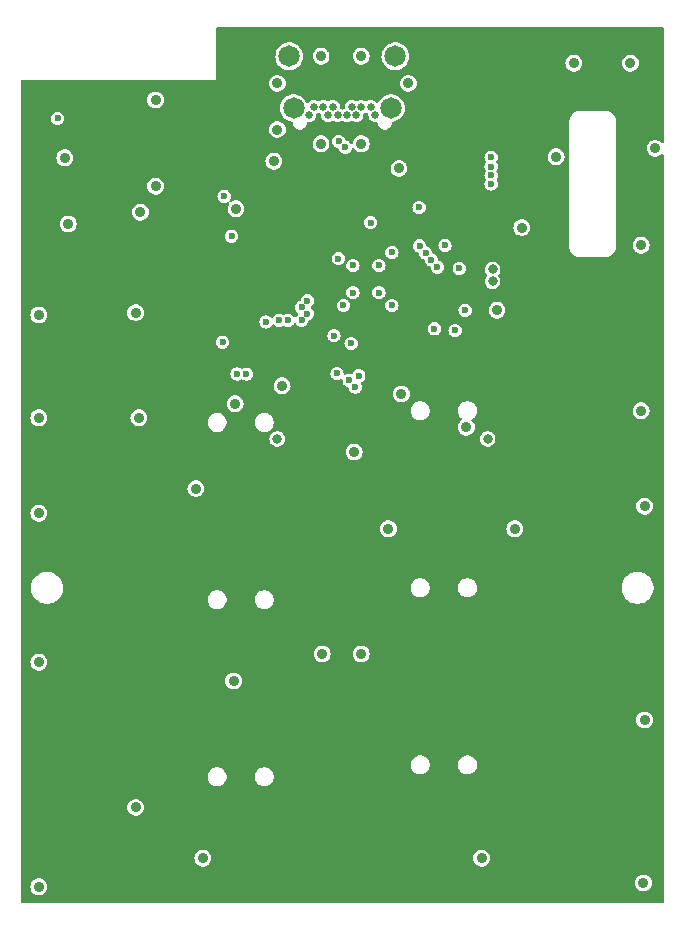
<source format=gbr>
%TF.GenerationSoftware,KiCad,Pcbnew,8.0.1*%
%TF.CreationDate,2024-04-03T20:32:23+03:00*%
%TF.ProjectId,gkos_pebble,676b6f73-5f70-4656-9262-6c652e6b6963,1*%
%TF.SameCoordinates,Original*%
%TF.FileFunction,Copper,L3,Inr*%
%TF.FilePolarity,Positive*%
%FSLAX46Y46*%
G04 Gerber Fmt 4.6, Leading zero omitted, Abs format (unit mm)*
G04 Created by KiCad (PCBNEW 8.0.1) date 2024-04-03 20:32:23*
%MOMM*%
%LPD*%
G01*
G04 APERTURE LIST*
%TA.AperFunction,ComponentPad*%
%ADD10C,0.660000*%
%TD*%
%TA.AperFunction,ComponentPad*%
%ADD11C,1.815000*%
%TD*%
%TA.AperFunction,ViaPad*%
%ADD12C,0.900000*%
%TD*%
%TA.AperFunction,ViaPad*%
%ADD13C,0.600000*%
%TD*%
%TA.AperFunction,ViaPad*%
%ADD14C,0.800000*%
%TD*%
G04 APERTURE END LIST*
D10*
%TO.N,GND*%
%TO.C,J2*%
X152000000Y-67685000D03*
%TO.N,N/C*%
X151600000Y-66985000D03*
X150800000Y-66985000D03*
%TO.N,Net-(D1-Pad4)*%
X150400000Y-67685000D03*
%TO.N,Net-(J2-CC2)*%
X150000000Y-66985000D03*
%TO.N,/mcu/USB_D+*%
X149600000Y-67685000D03*
%TO.N,/mcu/USB_D-*%
X148800000Y-67685000D03*
%TO.N,unconnected-(J2-SBU2-PadB8)*%
X148400000Y-66985000D03*
%TO.N,Net-(D1-Pad4)*%
X148000000Y-67685000D03*
%TO.N,N/C*%
X147600000Y-66985000D03*
X146800000Y-66985000D03*
%TO.N,GND*%
X146400000Y-67685000D03*
D11*
%TO.N,N/C*%
X145070000Y-67085000D03*
X144710000Y-62695000D03*
X153690000Y-62695000D03*
X153330000Y-67085000D03*
%TD*%
D12*
%TO.N,GND*%
X161000000Y-130600000D03*
X159700000Y-94100000D03*
X173600000Y-63300000D03*
X162300000Y-84200000D03*
X123500000Y-84600000D03*
X150200000Y-96200000D03*
X147400000Y-62700000D03*
X164400000Y-77200000D03*
D13*
X152300000Y-80400000D03*
X150600000Y-89750000D03*
D12*
X163800000Y-102700000D03*
X136800000Y-99300000D03*
X123500000Y-101400000D03*
X154000000Y-72200000D03*
X132100000Y-75900000D03*
D13*
X152300000Y-82700000D03*
D12*
X154200000Y-91300000D03*
X131700000Y-126300000D03*
X174800000Y-118900000D03*
X123500000Y-114000000D03*
X143700000Y-65000000D03*
D13*
X155700000Y-75500000D03*
X157900000Y-78700000D03*
X153400000Y-83800000D03*
D12*
X174700000Y-132700000D03*
X137400000Y-130600000D03*
D13*
X150100000Y-80400000D03*
D12*
X150800000Y-113300000D03*
X143400000Y-71600000D03*
X133400000Y-73700000D03*
X143700000Y-68900000D03*
X133400000Y-66400000D03*
D13*
X150100000Y-82700000D03*
X142750000Y-85200000D03*
D12*
X174500000Y-92700000D03*
X153100000Y-102700000D03*
X144100000Y-90600000D03*
X147500000Y-113300000D03*
X175700000Y-70500000D03*
D13*
X153400000Y-79300000D03*
D12*
X140200000Y-75600000D03*
D13*
X149300000Y-83800000D03*
D12*
X131975000Y-93300000D03*
D13*
X148875000Y-79825000D03*
D12*
X174800000Y-100800000D03*
X123500000Y-93300000D03*
X167300000Y-71200000D03*
X150800000Y-62700000D03*
X131700000Y-84400000D03*
X126000000Y-76900000D03*
X154800000Y-65000000D03*
X168800000Y-63300000D03*
D13*
X159600000Y-84200000D03*
D12*
X123500000Y-133000000D03*
X174500000Y-78700000D03*
X140000000Y-115600000D03*
X140125000Y-92125000D03*
X125700000Y-71300000D03*
D14*
%TO.N,+3V3*%
X161500000Y-95100000D03*
X143700000Y-95100000D03*
D13*
%TO.N,+3V0*%
X147200000Y-77500000D03*
X163200000Y-77200000D03*
X161400000Y-99500000D03*
X141400000Y-87800000D03*
D12*
X147950000Y-127200000D03*
X129800000Y-71100000D03*
X122750000Y-78850000D03*
D13*
X135800000Y-114500000D03*
X161800000Y-70300000D03*
D12*
X124900000Y-73450000D03*
D13*
X147350000Y-85650000D03*
D12*
X172800000Y-80550000D03*
D13*
X157900000Y-79750000D03*
X145800000Y-101500000D03*
X154800000Y-116900000D03*
X135875000Y-86800000D03*
X162600000Y-116900000D03*
X150825000Y-87000000D03*
X158000000Y-83950000D03*
D12*
X172850000Y-67000000D03*
D13*
X146250000Y-82500000D03*
X162600000Y-114500000D03*
X151200000Y-75150000D03*
X135800000Y-116900000D03*
D12*
X167300000Y-69400000D03*
D13*
X163100000Y-80100000D03*
X143600000Y-116900000D03*
%TO.N,Net-(IC4-VREG_VOUT)*%
X151600000Y-76775000D03*
X149950000Y-87000000D03*
%TO.N,/inputs/KEY_A*%
X145750000Y-83950000D03*
X139075000Y-86900000D03*
%TO.N,/inputs/KEY_B*%
X140300000Y-89600000D03*
X146250000Y-84500000D03*
%TO.N,/inputs/KEY_C*%
X141075000Y-89600000D03*
X145750000Y-85050000D03*
%TO.N,/inputs/MOUSE_1*%
X146250000Y-83400000D03*
%TO.N,/inputs/MOUSE_3*%
X139200000Y-74550000D03*
%TO.N,/inputs/MENU*%
X157000000Y-85775000D03*
%TO.N,/~{EXT_RST}*%
X139825000Y-77925000D03*
X148750087Y-89556966D03*
X148500000Y-86350000D03*
X125100000Y-67950000D03*
%TO.N,/inputs/~{USB_BOOT}*%
X159100000Y-80650000D03*
X158750000Y-85900000D03*
%TO.N,/mcu/USB_D+*%
X148900000Y-69900000D03*
%TO.N,/mcu/USB_D-*%
X149450000Y-70400000D03*
D12*
%TO.N,Net-(D1-Pad4)*%
X150800000Y-70100000D03*
X147400000Y-70100000D03*
D13*
%TO.N,/SDA*%
X143850000Y-85050000D03*
X150300000Y-90698000D03*
%TO.N,/SCL*%
X149784902Y-90127000D03*
X144600000Y-85050000D03*
%TO.N,/lcd/LCD_SCLK*%
X155750000Y-78750000D03*
X161800000Y-71250000D03*
%TO.N,/lcd/LCD_SI*%
X161800000Y-72050000D03*
X156250000Y-79350000D03*
%TO.N,/lcd/LCD_SCS*%
X161800000Y-72777003D03*
X156750000Y-79950000D03*
%TO.N,/lcd/LCD_COMIN*%
X157250000Y-80550000D03*
X161800000Y-73504006D03*
D14*
%TO.N,/inputs/MOUSE_2*%
X161925000Y-81750000D03*
%TO.N,/inputs/MOUSE_4*%
X161925000Y-80750000D03*
%TD*%
%TA.AperFunction,Conductor*%
%TO.N,+3V0*%
G36*
X176358691Y-60244407D02*
G01*
X176394655Y-60293907D01*
X176399500Y-60324500D01*
X176399500Y-69950515D01*
X176380593Y-70008706D01*
X176331093Y-70044670D01*
X176269907Y-70044670D01*
X176234851Y-70024618D01*
X176106575Y-69910977D01*
X176106574Y-69910976D01*
X175953797Y-69830792D01*
X175953796Y-69830791D01*
X175953795Y-69830791D01*
X175786272Y-69789500D01*
X175786270Y-69789500D01*
X175613730Y-69789500D01*
X175613727Y-69789500D01*
X175446204Y-69830791D01*
X175293424Y-69910977D01*
X175164275Y-70025392D01*
X175066263Y-70167388D01*
X175005079Y-70328717D01*
X175005078Y-70328718D01*
X174984282Y-70499998D01*
X174984282Y-70500001D01*
X175005078Y-70671281D01*
X175005079Y-70671283D01*
X175057877Y-70810499D01*
X175066263Y-70832611D01*
X175164275Y-70974607D01*
X175164276Y-70974608D01*
X175164277Y-70974609D01*
X175293426Y-71089024D01*
X175446203Y-71169208D01*
X175613730Y-71210500D01*
X175613733Y-71210500D01*
X175786267Y-71210500D01*
X175786270Y-71210500D01*
X175953797Y-71169208D01*
X176106574Y-71089024D01*
X176234852Y-70975380D01*
X176290945Y-70950946D01*
X176350689Y-70964149D01*
X176391262Y-71009947D01*
X176399500Y-71049484D01*
X176399500Y-134300500D01*
X176380593Y-134358691D01*
X176331093Y-134394655D01*
X176300500Y-134399500D01*
X122099500Y-134399500D01*
X122041309Y-134380593D01*
X122005345Y-134331093D01*
X122000500Y-134300500D01*
X122000500Y-133000001D01*
X122784282Y-133000001D01*
X122805078Y-133171281D01*
X122805079Y-133171283D01*
X122849732Y-133289022D01*
X122866263Y-133332611D01*
X122964275Y-133474607D01*
X122964276Y-133474608D01*
X122964277Y-133474609D01*
X123093426Y-133589024D01*
X123246203Y-133669208D01*
X123413730Y-133710500D01*
X123413733Y-133710500D01*
X123586267Y-133710500D01*
X123586270Y-133710500D01*
X123753797Y-133669208D01*
X123906574Y-133589024D01*
X124035723Y-133474609D01*
X124133737Y-133332611D01*
X124194921Y-133171283D01*
X124215718Y-133000000D01*
X124194921Y-132828717D01*
X124146105Y-132700001D01*
X173984282Y-132700001D01*
X174005078Y-132871281D01*
X174005079Y-132871283D01*
X174053895Y-133000000D01*
X174066263Y-133032611D01*
X174164275Y-133174607D01*
X174164276Y-133174608D01*
X174164277Y-133174609D01*
X174293426Y-133289024D01*
X174446203Y-133369208D01*
X174613730Y-133410500D01*
X174613733Y-133410500D01*
X174786267Y-133410500D01*
X174786270Y-133410500D01*
X174953797Y-133369208D01*
X175106574Y-133289024D01*
X175235723Y-133174609D01*
X175333737Y-133032611D01*
X175394921Y-132871283D01*
X175415718Y-132700000D01*
X175411758Y-132667389D01*
X175394921Y-132528718D01*
X175394921Y-132528717D01*
X175333737Y-132367389D01*
X175235723Y-132225391D01*
X175106574Y-132110976D01*
X174953797Y-132030792D01*
X174953796Y-132030791D01*
X174953795Y-132030791D01*
X174786272Y-131989500D01*
X174786270Y-131989500D01*
X174613730Y-131989500D01*
X174613727Y-131989500D01*
X174446204Y-132030791D01*
X174293424Y-132110977D01*
X174164275Y-132225392D01*
X174066263Y-132367388D01*
X174005079Y-132528717D01*
X174005078Y-132528718D01*
X173984282Y-132699998D01*
X173984282Y-132700001D01*
X124146105Y-132700001D01*
X124133737Y-132667389D01*
X124084730Y-132596390D01*
X124035724Y-132525392D01*
X123906575Y-132410977D01*
X123906574Y-132410976D01*
X123753797Y-132330792D01*
X123753796Y-132330791D01*
X123753795Y-132330791D01*
X123586272Y-132289500D01*
X123586270Y-132289500D01*
X123413730Y-132289500D01*
X123413727Y-132289500D01*
X123246204Y-132330791D01*
X123093424Y-132410977D01*
X122964275Y-132525392D01*
X122866263Y-132667388D01*
X122805079Y-132828717D01*
X122805078Y-132828718D01*
X122784282Y-132999998D01*
X122784282Y-133000001D01*
X122000500Y-133000001D01*
X122000500Y-130600001D01*
X136684282Y-130600001D01*
X136705078Y-130771281D01*
X136705079Y-130771282D01*
X136766263Y-130932611D01*
X136864275Y-131074607D01*
X136864276Y-131074608D01*
X136864277Y-131074609D01*
X136993426Y-131189024D01*
X137146203Y-131269208D01*
X137313730Y-131310500D01*
X137313733Y-131310500D01*
X137486267Y-131310500D01*
X137486270Y-131310500D01*
X137653797Y-131269208D01*
X137806574Y-131189024D01*
X137935723Y-131074609D01*
X138033737Y-130932611D01*
X138094921Y-130771283D01*
X138115718Y-130600001D01*
X160284282Y-130600001D01*
X160305078Y-130771281D01*
X160305079Y-130771282D01*
X160366263Y-130932611D01*
X160464275Y-131074607D01*
X160464276Y-131074608D01*
X160464277Y-131074609D01*
X160593426Y-131189024D01*
X160746203Y-131269208D01*
X160913730Y-131310500D01*
X160913733Y-131310500D01*
X161086267Y-131310500D01*
X161086270Y-131310500D01*
X161253797Y-131269208D01*
X161406574Y-131189024D01*
X161535723Y-131074609D01*
X161633737Y-130932611D01*
X161694921Y-130771283D01*
X161715718Y-130600000D01*
X161694921Y-130428717D01*
X161633737Y-130267389D01*
X161535723Y-130125391D01*
X161406574Y-130010976D01*
X161253797Y-129930792D01*
X161253796Y-129930791D01*
X161253795Y-129930791D01*
X161086272Y-129889500D01*
X161086270Y-129889500D01*
X160913730Y-129889500D01*
X160913727Y-129889500D01*
X160746204Y-129930791D01*
X160593424Y-130010977D01*
X160464275Y-130125392D01*
X160366263Y-130267388D01*
X160305079Y-130428717D01*
X160305078Y-130428718D01*
X160284282Y-130599998D01*
X160284282Y-130600001D01*
X138115718Y-130600001D01*
X138115718Y-130600000D01*
X138094921Y-130428717D01*
X138033737Y-130267389D01*
X137935723Y-130125391D01*
X137806574Y-130010976D01*
X137653797Y-129930792D01*
X137653796Y-129930791D01*
X137653795Y-129930791D01*
X137486272Y-129889500D01*
X137486270Y-129889500D01*
X137313730Y-129889500D01*
X137313727Y-129889500D01*
X137146204Y-129930791D01*
X136993424Y-130010977D01*
X136864275Y-130125392D01*
X136766263Y-130267388D01*
X136705079Y-130428717D01*
X136705078Y-130428718D01*
X136684282Y-130599998D01*
X136684282Y-130600001D01*
X122000500Y-130600001D01*
X122000500Y-126300001D01*
X130984282Y-126300001D01*
X131005078Y-126471281D01*
X131005079Y-126471282D01*
X131066263Y-126632611D01*
X131164275Y-126774607D01*
X131164276Y-126774608D01*
X131164277Y-126774609D01*
X131293426Y-126889024D01*
X131446203Y-126969208D01*
X131613730Y-127010500D01*
X131613733Y-127010500D01*
X131786267Y-127010500D01*
X131786270Y-127010500D01*
X131953797Y-126969208D01*
X132106574Y-126889024D01*
X132235723Y-126774609D01*
X132333737Y-126632611D01*
X132394921Y-126471283D01*
X132415718Y-126300000D01*
X132394921Y-126128717D01*
X132333737Y-125967389D01*
X132235723Y-125825391D01*
X132106574Y-125710976D01*
X131953797Y-125630792D01*
X131953796Y-125630791D01*
X131953795Y-125630791D01*
X131786272Y-125589500D01*
X131786270Y-125589500D01*
X131613730Y-125589500D01*
X131613727Y-125589500D01*
X131446204Y-125630791D01*
X131293424Y-125710977D01*
X131164275Y-125825392D01*
X131066263Y-125967388D01*
X131005079Y-126128717D01*
X131005078Y-126128718D01*
X130984282Y-126299998D01*
X130984282Y-126300001D01*
X122000500Y-126300001D01*
X122000500Y-123778844D01*
X137799500Y-123778844D01*
X137830263Y-123933496D01*
X137830263Y-123933498D01*
X137890603Y-124079174D01*
X137890609Y-124079185D01*
X137943312Y-124158059D01*
X137978211Y-124210289D01*
X138089711Y-124321789D01*
X138167876Y-124374017D01*
X138220814Y-124409390D01*
X138220825Y-124409396D01*
X138274638Y-124431685D01*
X138366503Y-124469737D01*
X138521158Y-124500500D01*
X138521159Y-124500500D01*
X138678841Y-124500500D01*
X138678842Y-124500500D01*
X138833497Y-124469737D01*
X138979179Y-124409394D01*
X139110289Y-124321789D01*
X139221789Y-124210289D01*
X139309394Y-124079179D01*
X139369737Y-123933497D01*
X139400500Y-123778844D01*
X141799500Y-123778844D01*
X141830263Y-123933496D01*
X141830263Y-123933498D01*
X141890603Y-124079174D01*
X141890609Y-124079185D01*
X141943312Y-124158059D01*
X141978211Y-124210289D01*
X142089711Y-124321789D01*
X142167876Y-124374017D01*
X142220814Y-124409390D01*
X142220825Y-124409396D01*
X142274638Y-124431685D01*
X142366503Y-124469737D01*
X142521158Y-124500500D01*
X142521159Y-124500500D01*
X142678841Y-124500500D01*
X142678842Y-124500500D01*
X142833497Y-124469737D01*
X142979179Y-124409394D01*
X143110289Y-124321789D01*
X143221789Y-124210289D01*
X143309394Y-124079179D01*
X143369737Y-123933497D01*
X143400500Y-123778842D01*
X143400500Y-123621158D01*
X143369737Y-123466503D01*
X143309795Y-123321788D01*
X143309396Y-123320825D01*
X143309390Y-123320814D01*
X143274017Y-123267876D01*
X143221789Y-123189711D01*
X143110289Y-123078211D01*
X143058059Y-123043312D01*
X142979185Y-122990609D01*
X142979174Y-122990603D01*
X142833497Y-122930263D01*
X142678844Y-122899500D01*
X142678842Y-122899500D01*
X142521158Y-122899500D01*
X142521155Y-122899500D01*
X142366503Y-122930263D01*
X142366501Y-122930263D01*
X142220825Y-122990603D01*
X142220814Y-122990609D01*
X142089711Y-123078211D01*
X142089707Y-123078214D01*
X141978214Y-123189707D01*
X141978211Y-123189711D01*
X141890609Y-123320814D01*
X141890603Y-123320825D01*
X141830263Y-123466501D01*
X141830263Y-123466503D01*
X141799500Y-123621155D01*
X141799500Y-123778844D01*
X139400500Y-123778844D01*
X139400500Y-123778842D01*
X139400500Y-123621158D01*
X139369737Y-123466503D01*
X139309795Y-123321788D01*
X139309396Y-123320825D01*
X139309390Y-123320814D01*
X139274017Y-123267876D01*
X139221789Y-123189711D01*
X139110289Y-123078211D01*
X139058059Y-123043312D01*
X138979185Y-122990609D01*
X138979174Y-122990603D01*
X138833497Y-122930263D01*
X138678844Y-122899500D01*
X138678842Y-122899500D01*
X138521158Y-122899500D01*
X138521155Y-122899500D01*
X138366503Y-122930263D01*
X138366501Y-122930263D01*
X138220825Y-122990603D01*
X138220814Y-122990609D01*
X138089711Y-123078211D01*
X138089707Y-123078214D01*
X137978214Y-123189707D01*
X137978211Y-123189711D01*
X137890609Y-123320814D01*
X137890603Y-123320825D01*
X137830263Y-123466501D01*
X137830263Y-123466503D01*
X137799500Y-123621155D01*
X137799500Y-123778844D01*
X122000500Y-123778844D01*
X122000500Y-122778844D01*
X154999500Y-122778844D01*
X155030263Y-122933496D01*
X155030263Y-122933498D01*
X155090603Y-123079174D01*
X155090609Y-123079185D01*
X155143312Y-123158059D01*
X155178211Y-123210289D01*
X155289711Y-123321789D01*
X155367876Y-123374017D01*
X155420814Y-123409390D01*
X155420825Y-123409396D01*
X155474638Y-123431685D01*
X155566503Y-123469737D01*
X155721158Y-123500500D01*
X155721159Y-123500500D01*
X155878841Y-123500500D01*
X155878842Y-123500500D01*
X156033497Y-123469737D01*
X156179179Y-123409394D01*
X156310289Y-123321789D01*
X156421789Y-123210289D01*
X156509394Y-123079179D01*
X156569737Y-122933497D01*
X156600500Y-122778844D01*
X158999500Y-122778844D01*
X159030263Y-122933496D01*
X159030263Y-122933498D01*
X159090603Y-123079174D01*
X159090609Y-123079185D01*
X159143312Y-123158059D01*
X159178211Y-123210289D01*
X159289711Y-123321789D01*
X159367876Y-123374017D01*
X159420814Y-123409390D01*
X159420825Y-123409396D01*
X159474638Y-123431685D01*
X159566503Y-123469737D01*
X159721158Y-123500500D01*
X159721159Y-123500500D01*
X159878841Y-123500500D01*
X159878842Y-123500500D01*
X160033497Y-123469737D01*
X160179179Y-123409394D01*
X160310289Y-123321789D01*
X160421789Y-123210289D01*
X160509394Y-123079179D01*
X160569737Y-122933497D01*
X160600500Y-122778842D01*
X160600500Y-122621158D01*
X160569737Y-122466503D01*
X160509394Y-122320821D01*
X160509393Y-122320819D01*
X160509390Y-122320814D01*
X160474017Y-122267876D01*
X160421789Y-122189711D01*
X160310289Y-122078211D01*
X160258059Y-122043312D01*
X160179185Y-121990609D01*
X160179174Y-121990603D01*
X160033497Y-121930263D01*
X159878844Y-121899500D01*
X159878842Y-121899500D01*
X159721158Y-121899500D01*
X159721155Y-121899500D01*
X159566503Y-121930263D01*
X159566501Y-121930263D01*
X159420825Y-121990603D01*
X159420814Y-121990609D01*
X159289711Y-122078211D01*
X159289707Y-122078214D01*
X159178214Y-122189707D01*
X159178211Y-122189711D01*
X159090609Y-122320814D01*
X159090603Y-122320825D01*
X159030263Y-122466501D01*
X159030263Y-122466503D01*
X158999500Y-122621155D01*
X158999500Y-122778844D01*
X156600500Y-122778844D01*
X156600500Y-122778842D01*
X156600500Y-122621158D01*
X156569737Y-122466503D01*
X156509394Y-122320821D01*
X156509393Y-122320819D01*
X156509390Y-122320814D01*
X156474017Y-122267876D01*
X156421789Y-122189711D01*
X156310289Y-122078211D01*
X156258059Y-122043312D01*
X156179185Y-121990609D01*
X156179174Y-121990603D01*
X156033497Y-121930263D01*
X155878844Y-121899500D01*
X155878842Y-121899500D01*
X155721158Y-121899500D01*
X155721155Y-121899500D01*
X155566503Y-121930263D01*
X155566501Y-121930263D01*
X155420825Y-121990603D01*
X155420814Y-121990609D01*
X155289711Y-122078211D01*
X155289707Y-122078214D01*
X155178214Y-122189707D01*
X155178211Y-122189711D01*
X155090609Y-122320814D01*
X155090603Y-122320825D01*
X155030263Y-122466501D01*
X155030263Y-122466503D01*
X154999500Y-122621155D01*
X154999500Y-122778844D01*
X122000500Y-122778844D01*
X122000500Y-118900001D01*
X174084282Y-118900001D01*
X174105078Y-119071281D01*
X174105079Y-119071282D01*
X174166263Y-119232611D01*
X174264275Y-119374607D01*
X174264276Y-119374608D01*
X174264277Y-119374609D01*
X174393426Y-119489024D01*
X174546203Y-119569208D01*
X174713730Y-119610500D01*
X174713733Y-119610500D01*
X174886267Y-119610500D01*
X174886270Y-119610500D01*
X175053797Y-119569208D01*
X175206574Y-119489024D01*
X175335723Y-119374609D01*
X175433737Y-119232611D01*
X175494921Y-119071283D01*
X175515718Y-118900000D01*
X175494921Y-118728717D01*
X175433737Y-118567389D01*
X175335723Y-118425391D01*
X175206574Y-118310976D01*
X175053797Y-118230792D01*
X175053796Y-118230791D01*
X175053795Y-118230791D01*
X174886272Y-118189500D01*
X174886270Y-118189500D01*
X174713730Y-118189500D01*
X174713727Y-118189500D01*
X174546204Y-118230791D01*
X174393424Y-118310977D01*
X174264275Y-118425392D01*
X174166263Y-118567388D01*
X174105079Y-118728717D01*
X174105078Y-118728718D01*
X174084282Y-118899998D01*
X174084282Y-118900001D01*
X122000500Y-118900001D01*
X122000500Y-115600001D01*
X139284282Y-115600001D01*
X139305078Y-115771281D01*
X139305079Y-115771282D01*
X139366263Y-115932611D01*
X139464275Y-116074607D01*
X139464276Y-116074608D01*
X139464277Y-116074609D01*
X139593426Y-116189024D01*
X139746203Y-116269208D01*
X139913730Y-116310500D01*
X139913733Y-116310500D01*
X140086267Y-116310500D01*
X140086270Y-116310500D01*
X140253797Y-116269208D01*
X140406574Y-116189024D01*
X140535723Y-116074609D01*
X140633737Y-115932611D01*
X140694921Y-115771283D01*
X140715718Y-115600000D01*
X140694921Y-115428717D01*
X140633737Y-115267389D01*
X140535723Y-115125391D01*
X140406574Y-115010976D01*
X140253797Y-114930792D01*
X140253796Y-114930791D01*
X140253795Y-114930791D01*
X140086272Y-114889500D01*
X140086270Y-114889500D01*
X139913730Y-114889500D01*
X139913727Y-114889500D01*
X139746204Y-114930791D01*
X139593424Y-115010977D01*
X139464275Y-115125392D01*
X139366263Y-115267388D01*
X139305079Y-115428717D01*
X139305078Y-115428718D01*
X139284282Y-115599998D01*
X139284282Y-115600001D01*
X122000500Y-115600001D01*
X122000500Y-114000001D01*
X122784282Y-114000001D01*
X122805078Y-114171281D01*
X122805079Y-114171282D01*
X122866263Y-114332611D01*
X122964275Y-114474607D01*
X122964276Y-114474608D01*
X122964277Y-114474609D01*
X123093426Y-114589024D01*
X123246203Y-114669208D01*
X123413730Y-114710500D01*
X123413733Y-114710500D01*
X123586267Y-114710500D01*
X123586270Y-114710500D01*
X123753797Y-114669208D01*
X123906574Y-114589024D01*
X124035723Y-114474609D01*
X124133737Y-114332611D01*
X124194921Y-114171283D01*
X124215718Y-114000000D01*
X124194921Y-113828717D01*
X124133737Y-113667389D01*
X124035723Y-113525391D01*
X123906574Y-113410976D01*
X123753797Y-113330792D01*
X123753796Y-113330791D01*
X123753795Y-113330791D01*
X123628876Y-113300001D01*
X146784282Y-113300001D01*
X146805078Y-113471281D01*
X146805079Y-113471282D01*
X146866263Y-113632611D01*
X146964275Y-113774607D01*
X146964276Y-113774608D01*
X146964277Y-113774609D01*
X147093426Y-113889024D01*
X147246203Y-113969208D01*
X147413730Y-114010500D01*
X147413733Y-114010500D01*
X147586267Y-114010500D01*
X147586270Y-114010500D01*
X147753797Y-113969208D01*
X147906574Y-113889024D01*
X148035723Y-113774609D01*
X148133737Y-113632611D01*
X148194921Y-113471283D01*
X148215718Y-113300001D01*
X150084282Y-113300001D01*
X150105078Y-113471281D01*
X150105079Y-113471282D01*
X150166263Y-113632611D01*
X150264275Y-113774607D01*
X150264276Y-113774608D01*
X150264277Y-113774609D01*
X150393426Y-113889024D01*
X150546203Y-113969208D01*
X150713730Y-114010500D01*
X150713733Y-114010500D01*
X150886267Y-114010500D01*
X150886270Y-114010500D01*
X151053797Y-113969208D01*
X151206574Y-113889024D01*
X151335723Y-113774609D01*
X151433737Y-113632611D01*
X151494921Y-113471283D01*
X151515718Y-113300000D01*
X151494921Y-113128717D01*
X151433737Y-112967389D01*
X151335723Y-112825391D01*
X151206574Y-112710976D01*
X151053797Y-112630792D01*
X151053796Y-112630791D01*
X151053795Y-112630791D01*
X150886272Y-112589500D01*
X150886270Y-112589500D01*
X150713730Y-112589500D01*
X150713727Y-112589500D01*
X150546204Y-112630791D01*
X150393424Y-112710977D01*
X150264275Y-112825392D01*
X150166263Y-112967388D01*
X150105079Y-113128717D01*
X150105078Y-113128718D01*
X150084282Y-113299998D01*
X150084282Y-113300001D01*
X148215718Y-113300001D01*
X148215718Y-113300000D01*
X148194921Y-113128717D01*
X148133737Y-112967389D01*
X148035723Y-112825391D01*
X147906574Y-112710976D01*
X147753797Y-112630792D01*
X147753796Y-112630791D01*
X147753795Y-112630791D01*
X147586272Y-112589500D01*
X147586270Y-112589500D01*
X147413730Y-112589500D01*
X147413727Y-112589500D01*
X147246204Y-112630791D01*
X147093424Y-112710977D01*
X146964275Y-112825392D01*
X146866263Y-112967388D01*
X146805079Y-113128717D01*
X146805078Y-113128718D01*
X146784282Y-113299998D01*
X146784282Y-113300001D01*
X123628876Y-113300001D01*
X123586272Y-113289500D01*
X123586270Y-113289500D01*
X123413730Y-113289500D01*
X123413727Y-113289500D01*
X123246204Y-113330791D01*
X123093424Y-113410977D01*
X122964275Y-113525392D01*
X122866263Y-113667388D01*
X122805079Y-113828717D01*
X122805078Y-113828718D01*
X122784282Y-113999998D01*
X122784282Y-114000001D01*
X122000500Y-114000001D01*
X122000500Y-107806290D01*
X122849500Y-107806290D01*
X122882752Y-108016238D01*
X122948443Y-108218412D01*
X123044948Y-108407815D01*
X123044950Y-108407819D01*
X123169891Y-108579786D01*
X123169893Y-108579788D01*
X123169896Y-108579792D01*
X123320208Y-108730104D01*
X123320211Y-108730106D01*
X123320213Y-108730108D01*
X123492180Y-108855049D01*
X123492184Y-108855051D01*
X123681588Y-108951557D01*
X123883757Y-109017246D01*
X123883758Y-109017246D01*
X123883761Y-109017247D01*
X124093710Y-109050500D01*
X124093713Y-109050500D01*
X124306290Y-109050500D01*
X124516238Y-109017247D01*
X124516239Y-109017246D01*
X124516243Y-109017246D01*
X124718412Y-108951557D01*
X124907816Y-108855051D01*
X125012707Y-108778844D01*
X137799500Y-108778844D01*
X137830263Y-108933496D01*
X137830263Y-108933498D01*
X137890603Y-109079174D01*
X137890609Y-109079185D01*
X137943312Y-109158059D01*
X137978211Y-109210289D01*
X138089711Y-109321789D01*
X138167876Y-109374017D01*
X138220814Y-109409390D01*
X138220825Y-109409396D01*
X138274638Y-109431685D01*
X138366503Y-109469737D01*
X138521158Y-109500500D01*
X138521159Y-109500500D01*
X138678841Y-109500500D01*
X138678842Y-109500500D01*
X138833497Y-109469737D01*
X138979179Y-109409394D01*
X139110289Y-109321789D01*
X139221789Y-109210289D01*
X139309394Y-109079179D01*
X139369737Y-108933497D01*
X139400500Y-108778844D01*
X141799500Y-108778844D01*
X141830263Y-108933496D01*
X141830263Y-108933498D01*
X141890603Y-109079174D01*
X141890609Y-109079185D01*
X141943312Y-109158059D01*
X141978211Y-109210289D01*
X142089711Y-109321789D01*
X142167876Y-109374017D01*
X142220814Y-109409390D01*
X142220825Y-109409396D01*
X142274638Y-109431685D01*
X142366503Y-109469737D01*
X142521158Y-109500500D01*
X142521159Y-109500500D01*
X142678841Y-109500500D01*
X142678842Y-109500500D01*
X142833497Y-109469737D01*
X142979179Y-109409394D01*
X143110289Y-109321789D01*
X143221789Y-109210289D01*
X143309394Y-109079179D01*
X143369737Y-108933497D01*
X143400500Y-108778842D01*
X143400500Y-108621158D01*
X143369737Y-108466503D01*
X143346080Y-108409390D01*
X143309396Y-108320825D01*
X143309390Y-108320814D01*
X143240966Y-108218412D01*
X143221789Y-108189711D01*
X143110289Y-108078211D01*
X143058059Y-108043312D01*
X142979185Y-107990609D01*
X142979174Y-107990603D01*
X142833497Y-107930263D01*
X142678844Y-107899500D01*
X142678842Y-107899500D01*
X142521158Y-107899500D01*
X142521155Y-107899500D01*
X142366503Y-107930263D01*
X142366501Y-107930263D01*
X142220825Y-107990603D01*
X142220814Y-107990609D01*
X142089711Y-108078211D01*
X142089707Y-108078214D01*
X141978214Y-108189707D01*
X141978211Y-108189711D01*
X141890609Y-108320814D01*
X141890603Y-108320825D01*
X141830263Y-108466501D01*
X141830263Y-108466503D01*
X141799500Y-108621155D01*
X141799500Y-108778844D01*
X139400500Y-108778844D01*
X139400500Y-108778842D01*
X139400500Y-108621158D01*
X139369737Y-108466503D01*
X139346080Y-108409390D01*
X139309396Y-108320825D01*
X139309390Y-108320814D01*
X139240966Y-108218412D01*
X139221789Y-108189711D01*
X139110289Y-108078211D01*
X139058059Y-108043312D01*
X138979185Y-107990609D01*
X138979174Y-107990603D01*
X138833497Y-107930263D01*
X138678844Y-107899500D01*
X138678842Y-107899500D01*
X138521158Y-107899500D01*
X138521155Y-107899500D01*
X138366503Y-107930263D01*
X138366501Y-107930263D01*
X138220825Y-107990603D01*
X138220814Y-107990609D01*
X138089711Y-108078211D01*
X138089707Y-108078214D01*
X137978214Y-108189707D01*
X137978211Y-108189711D01*
X137890609Y-108320814D01*
X137890603Y-108320825D01*
X137830263Y-108466501D01*
X137830263Y-108466503D01*
X137799500Y-108621155D01*
X137799500Y-108778844D01*
X125012707Y-108778844D01*
X125079792Y-108730104D01*
X125230104Y-108579792D01*
X125353905Y-108409394D01*
X125355049Y-108407819D01*
X125355051Y-108407816D01*
X125451557Y-108218412D01*
X125517246Y-108016243D01*
X125530864Y-107930263D01*
X125550500Y-107806290D01*
X125550500Y-107778844D01*
X154999500Y-107778844D01*
X155030263Y-107933496D01*
X155030263Y-107933498D01*
X155090603Y-108079174D01*
X155090609Y-108079185D01*
X155143312Y-108158059D01*
X155178211Y-108210289D01*
X155289711Y-108321789D01*
X155367876Y-108374017D01*
X155420814Y-108409390D01*
X155420825Y-108409396D01*
X155474638Y-108431685D01*
X155566503Y-108469737D01*
X155721158Y-108500500D01*
X155721159Y-108500500D01*
X155878841Y-108500500D01*
X155878842Y-108500500D01*
X156033497Y-108469737D01*
X156179179Y-108409394D01*
X156310289Y-108321789D01*
X156421789Y-108210289D01*
X156509394Y-108079179D01*
X156569737Y-107933497D01*
X156600500Y-107778844D01*
X158999500Y-107778844D01*
X159030263Y-107933496D01*
X159030263Y-107933498D01*
X159090603Y-108079174D01*
X159090609Y-108079185D01*
X159143312Y-108158059D01*
X159178211Y-108210289D01*
X159289711Y-108321789D01*
X159367876Y-108374017D01*
X159420814Y-108409390D01*
X159420825Y-108409396D01*
X159474638Y-108431685D01*
X159566503Y-108469737D01*
X159721158Y-108500500D01*
X159721159Y-108500500D01*
X159878841Y-108500500D01*
X159878842Y-108500500D01*
X160033497Y-108469737D01*
X160179179Y-108409394D01*
X160310289Y-108321789D01*
X160421789Y-108210289D01*
X160509394Y-108079179D01*
X160569737Y-107933497D01*
X160595040Y-107806290D01*
X172849500Y-107806290D01*
X172882752Y-108016238D01*
X172948443Y-108218412D01*
X173044948Y-108407815D01*
X173044950Y-108407819D01*
X173169891Y-108579786D01*
X173169893Y-108579788D01*
X173169896Y-108579792D01*
X173320208Y-108730104D01*
X173320211Y-108730106D01*
X173320213Y-108730108D01*
X173492180Y-108855049D01*
X173492184Y-108855051D01*
X173681588Y-108951557D01*
X173883757Y-109017246D01*
X173883758Y-109017246D01*
X173883761Y-109017247D01*
X174093710Y-109050500D01*
X174093713Y-109050500D01*
X174306290Y-109050500D01*
X174516238Y-109017247D01*
X174516239Y-109017246D01*
X174516243Y-109017246D01*
X174718412Y-108951557D01*
X174907816Y-108855051D01*
X175079792Y-108730104D01*
X175230104Y-108579792D01*
X175353905Y-108409394D01*
X175355049Y-108407819D01*
X175355051Y-108407816D01*
X175451557Y-108218412D01*
X175517246Y-108016243D01*
X175530864Y-107930263D01*
X175550500Y-107806290D01*
X175550500Y-107593709D01*
X175517247Y-107383761D01*
X175496798Y-107320825D01*
X175451557Y-107181588D01*
X175355051Y-106992184D01*
X175355049Y-106992180D01*
X175230108Y-106820213D01*
X175230106Y-106820211D01*
X175230104Y-106820208D01*
X175079792Y-106669896D01*
X175079788Y-106669893D01*
X175079786Y-106669891D01*
X174907819Y-106544950D01*
X174907815Y-106544948D01*
X174718412Y-106448443D01*
X174516238Y-106382752D01*
X174306290Y-106349500D01*
X174306287Y-106349500D01*
X174093713Y-106349500D01*
X174093710Y-106349500D01*
X173883761Y-106382752D01*
X173681587Y-106448443D01*
X173492184Y-106544948D01*
X173492180Y-106544950D01*
X173320213Y-106669891D01*
X173169891Y-106820213D01*
X173044950Y-106992180D01*
X173044948Y-106992184D01*
X172948443Y-107181587D01*
X172882752Y-107383761D01*
X172849500Y-107593709D01*
X172849500Y-107806290D01*
X160595040Y-107806290D01*
X160600500Y-107778842D01*
X160600500Y-107621158D01*
X160569737Y-107466503D01*
X160549622Y-107417942D01*
X160509396Y-107320825D01*
X160509390Y-107320814D01*
X160474017Y-107267876D01*
X160421789Y-107189711D01*
X160310289Y-107078211D01*
X160258059Y-107043312D01*
X160179185Y-106990609D01*
X160179174Y-106990603D01*
X160033497Y-106930263D01*
X159878844Y-106899500D01*
X159878842Y-106899500D01*
X159721158Y-106899500D01*
X159721155Y-106899500D01*
X159566503Y-106930263D01*
X159566501Y-106930263D01*
X159420825Y-106990603D01*
X159420814Y-106990609D01*
X159289711Y-107078211D01*
X159289707Y-107078214D01*
X159178214Y-107189707D01*
X159178211Y-107189711D01*
X159090609Y-107320814D01*
X159090603Y-107320825D01*
X159030263Y-107466501D01*
X159030263Y-107466503D01*
X158999500Y-107621155D01*
X158999500Y-107778844D01*
X156600500Y-107778844D01*
X156600500Y-107778842D01*
X156600500Y-107621158D01*
X156569737Y-107466503D01*
X156549622Y-107417942D01*
X156509396Y-107320825D01*
X156509390Y-107320814D01*
X156474017Y-107267876D01*
X156421789Y-107189711D01*
X156310289Y-107078211D01*
X156258059Y-107043312D01*
X156179185Y-106990609D01*
X156179174Y-106990603D01*
X156033497Y-106930263D01*
X155878844Y-106899500D01*
X155878842Y-106899500D01*
X155721158Y-106899500D01*
X155721155Y-106899500D01*
X155566503Y-106930263D01*
X155566501Y-106930263D01*
X155420825Y-106990603D01*
X155420814Y-106990609D01*
X155289711Y-107078211D01*
X155289707Y-107078214D01*
X155178214Y-107189707D01*
X155178211Y-107189711D01*
X155090609Y-107320814D01*
X155090603Y-107320825D01*
X155030263Y-107466501D01*
X155030263Y-107466503D01*
X154999500Y-107621155D01*
X154999500Y-107778844D01*
X125550500Y-107778844D01*
X125550500Y-107593709D01*
X125517247Y-107383761D01*
X125496798Y-107320825D01*
X125451557Y-107181588D01*
X125355051Y-106992184D01*
X125355049Y-106992180D01*
X125230108Y-106820213D01*
X125230106Y-106820211D01*
X125230104Y-106820208D01*
X125079792Y-106669896D01*
X125079788Y-106669893D01*
X125079786Y-106669891D01*
X124907819Y-106544950D01*
X124907815Y-106544948D01*
X124718412Y-106448443D01*
X124516238Y-106382752D01*
X124306290Y-106349500D01*
X124306287Y-106349500D01*
X124093713Y-106349500D01*
X124093710Y-106349500D01*
X123883761Y-106382752D01*
X123681587Y-106448443D01*
X123492184Y-106544948D01*
X123492180Y-106544950D01*
X123320213Y-106669891D01*
X123169891Y-106820213D01*
X123044950Y-106992180D01*
X123044948Y-106992184D01*
X122948443Y-107181587D01*
X122882752Y-107383761D01*
X122849500Y-107593709D01*
X122849500Y-107806290D01*
X122000500Y-107806290D01*
X122000500Y-102700001D01*
X152384282Y-102700001D01*
X152405078Y-102871281D01*
X152405079Y-102871282D01*
X152466263Y-103032611D01*
X152564275Y-103174607D01*
X152564276Y-103174608D01*
X152564277Y-103174609D01*
X152693426Y-103289024D01*
X152846203Y-103369208D01*
X153013730Y-103410500D01*
X153013733Y-103410500D01*
X153186267Y-103410500D01*
X153186270Y-103410500D01*
X153353797Y-103369208D01*
X153506574Y-103289024D01*
X153635723Y-103174609D01*
X153733737Y-103032611D01*
X153794921Y-102871283D01*
X153815718Y-102700001D01*
X163084282Y-102700001D01*
X163105078Y-102871281D01*
X163105079Y-102871282D01*
X163166263Y-103032611D01*
X163264275Y-103174607D01*
X163264276Y-103174608D01*
X163264277Y-103174609D01*
X163393426Y-103289024D01*
X163546203Y-103369208D01*
X163713730Y-103410500D01*
X163713733Y-103410500D01*
X163886267Y-103410500D01*
X163886270Y-103410500D01*
X164053797Y-103369208D01*
X164206574Y-103289024D01*
X164335723Y-103174609D01*
X164433737Y-103032611D01*
X164494921Y-102871283D01*
X164515718Y-102700000D01*
X164494921Y-102528717D01*
X164433737Y-102367389D01*
X164335723Y-102225391D01*
X164206574Y-102110976D01*
X164053797Y-102030792D01*
X164053796Y-102030791D01*
X164053795Y-102030791D01*
X163886272Y-101989500D01*
X163886270Y-101989500D01*
X163713730Y-101989500D01*
X163713727Y-101989500D01*
X163546204Y-102030791D01*
X163393424Y-102110977D01*
X163264275Y-102225392D01*
X163166263Y-102367388D01*
X163105079Y-102528717D01*
X163105078Y-102528718D01*
X163084282Y-102699998D01*
X163084282Y-102700001D01*
X153815718Y-102700001D01*
X153815718Y-102700000D01*
X153794921Y-102528717D01*
X153733737Y-102367389D01*
X153635723Y-102225391D01*
X153506574Y-102110976D01*
X153353797Y-102030792D01*
X153353796Y-102030791D01*
X153353795Y-102030791D01*
X153186272Y-101989500D01*
X153186270Y-101989500D01*
X153013730Y-101989500D01*
X153013727Y-101989500D01*
X152846204Y-102030791D01*
X152693424Y-102110977D01*
X152564275Y-102225392D01*
X152466263Y-102367388D01*
X152405079Y-102528717D01*
X152405078Y-102528718D01*
X152384282Y-102699998D01*
X152384282Y-102700001D01*
X122000500Y-102700001D01*
X122000500Y-101400001D01*
X122784282Y-101400001D01*
X122805078Y-101571281D01*
X122805079Y-101571282D01*
X122866263Y-101732611D01*
X122964275Y-101874607D01*
X122964276Y-101874608D01*
X122964277Y-101874609D01*
X123093426Y-101989024D01*
X123246203Y-102069208D01*
X123413730Y-102110500D01*
X123413733Y-102110500D01*
X123586267Y-102110500D01*
X123586270Y-102110500D01*
X123753797Y-102069208D01*
X123906574Y-101989024D01*
X124035723Y-101874609D01*
X124133737Y-101732611D01*
X124194921Y-101571283D01*
X124215718Y-101400000D01*
X124214385Y-101389024D01*
X124194921Y-101228718D01*
X124194921Y-101228717D01*
X124133737Y-101067389D01*
X124035723Y-100925391D01*
X123906574Y-100810976D01*
X123885663Y-100800001D01*
X174084282Y-100800001D01*
X174105078Y-100971281D01*
X174105079Y-100971283D01*
X174166263Y-101132611D01*
X174264275Y-101274607D01*
X174264276Y-101274608D01*
X174264277Y-101274609D01*
X174393426Y-101389024D01*
X174546203Y-101469208D01*
X174713730Y-101510500D01*
X174713733Y-101510500D01*
X174886267Y-101510500D01*
X174886270Y-101510500D01*
X175053797Y-101469208D01*
X175206574Y-101389024D01*
X175335723Y-101274609D01*
X175433737Y-101132611D01*
X175494921Y-100971283D01*
X175515718Y-100800000D01*
X175494921Y-100628717D01*
X175433737Y-100467389D01*
X175335723Y-100325391D01*
X175206574Y-100210976D01*
X175053797Y-100130792D01*
X175053796Y-100130791D01*
X175053795Y-100130791D01*
X174886272Y-100089500D01*
X174886270Y-100089500D01*
X174713730Y-100089500D01*
X174713727Y-100089500D01*
X174546204Y-100130791D01*
X174393424Y-100210977D01*
X174264275Y-100325392D01*
X174166263Y-100467388D01*
X174105079Y-100628717D01*
X174105078Y-100628718D01*
X174084282Y-100799998D01*
X174084282Y-100800001D01*
X123885663Y-100800001D01*
X123753797Y-100730792D01*
X123753796Y-100730791D01*
X123753795Y-100730791D01*
X123586272Y-100689500D01*
X123586270Y-100689500D01*
X123413730Y-100689500D01*
X123413727Y-100689500D01*
X123246204Y-100730791D01*
X123093424Y-100810977D01*
X122964275Y-100925392D01*
X122866263Y-101067388D01*
X122805079Y-101228717D01*
X122805078Y-101228718D01*
X122784282Y-101399998D01*
X122784282Y-101400001D01*
X122000500Y-101400001D01*
X122000500Y-99300001D01*
X136084282Y-99300001D01*
X136105078Y-99471281D01*
X136105079Y-99471282D01*
X136166263Y-99632611D01*
X136264275Y-99774607D01*
X136264276Y-99774608D01*
X136264277Y-99774609D01*
X136393426Y-99889024D01*
X136546203Y-99969208D01*
X136713730Y-100010500D01*
X136713733Y-100010500D01*
X136886267Y-100010500D01*
X136886270Y-100010500D01*
X137053797Y-99969208D01*
X137206574Y-99889024D01*
X137335723Y-99774609D01*
X137433737Y-99632611D01*
X137494921Y-99471283D01*
X137515718Y-99300000D01*
X137494921Y-99128717D01*
X137433737Y-98967389D01*
X137335723Y-98825391D01*
X137206574Y-98710976D01*
X137053797Y-98630792D01*
X137053796Y-98630791D01*
X137053795Y-98630791D01*
X136886272Y-98589500D01*
X136886270Y-98589500D01*
X136713730Y-98589500D01*
X136713727Y-98589500D01*
X136546204Y-98630791D01*
X136393424Y-98710977D01*
X136264275Y-98825392D01*
X136166263Y-98967388D01*
X136105079Y-99128717D01*
X136105078Y-99128718D01*
X136084282Y-99299998D01*
X136084282Y-99300001D01*
X122000500Y-99300001D01*
X122000500Y-96200001D01*
X149484282Y-96200001D01*
X149505078Y-96371281D01*
X149505079Y-96371282D01*
X149566263Y-96532611D01*
X149664275Y-96674607D01*
X149664276Y-96674608D01*
X149664277Y-96674609D01*
X149793426Y-96789024D01*
X149946203Y-96869208D01*
X150113730Y-96910500D01*
X150113733Y-96910500D01*
X150286267Y-96910500D01*
X150286270Y-96910500D01*
X150453797Y-96869208D01*
X150606574Y-96789024D01*
X150735723Y-96674609D01*
X150833737Y-96532611D01*
X150894921Y-96371283D01*
X150915718Y-96200000D01*
X150894921Y-96028717D01*
X150833737Y-95867389D01*
X150735723Y-95725391D01*
X150606574Y-95610976D01*
X150453797Y-95530792D01*
X150453796Y-95530791D01*
X150453795Y-95530791D01*
X150286272Y-95489500D01*
X150286270Y-95489500D01*
X150113730Y-95489500D01*
X150113727Y-95489500D01*
X149946204Y-95530791D01*
X149793424Y-95610977D01*
X149664275Y-95725392D01*
X149566263Y-95867388D01*
X149505079Y-96028717D01*
X149505078Y-96028718D01*
X149484282Y-96199998D01*
X149484282Y-96200001D01*
X122000500Y-96200001D01*
X122000500Y-95100001D01*
X143034649Y-95100001D01*
X143053982Y-95259226D01*
X143053982Y-95259227D01*
X143053983Y-95259229D01*
X143110861Y-95409204D01*
X143201978Y-95541209D01*
X143322038Y-95647573D01*
X143464063Y-95722114D01*
X143619801Y-95760500D01*
X143619804Y-95760500D01*
X143780196Y-95760500D01*
X143780199Y-95760500D01*
X143935937Y-95722114D01*
X144077962Y-95647573D01*
X144198022Y-95541209D01*
X144289139Y-95409204D01*
X144346017Y-95259229D01*
X144365351Y-95100001D01*
X160834649Y-95100001D01*
X160853982Y-95259226D01*
X160853982Y-95259227D01*
X160853983Y-95259229D01*
X160910861Y-95409204D01*
X161001978Y-95541209D01*
X161122038Y-95647573D01*
X161264063Y-95722114D01*
X161419801Y-95760500D01*
X161419804Y-95760500D01*
X161580196Y-95760500D01*
X161580199Y-95760500D01*
X161735937Y-95722114D01*
X161877962Y-95647573D01*
X161998022Y-95541209D01*
X162089139Y-95409204D01*
X162146017Y-95259229D01*
X162165351Y-95100000D01*
X162146017Y-94940771D01*
X162089139Y-94790796D01*
X161998022Y-94658791D01*
X161877962Y-94552427D01*
X161735937Y-94477886D01*
X161735936Y-94477885D01*
X161735935Y-94477885D01*
X161580201Y-94439500D01*
X161580199Y-94439500D01*
X161419801Y-94439500D01*
X161419798Y-94439500D01*
X161264064Y-94477885D01*
X161122036Y-94552428D01*
X161001980Y-94658788D01*
X160910861Y-94790795D01*
X160853983Y-94940771D01*
X160853982Y-94940773D01*
X160834649Y-95099998D01*
X160834649Y-95100001D01*
X144365351Y-95100001D01*
X144365351Y-95100000D01*
X144346017Y-94940771D01*
X144289139Y-94790796D01*
X144198022Y-94658791D01*
X144077962Y-94552427D01*
X143935937Y-94477886D01*
X143935936Y-94477885D01*
X143935935Y-94477885D01*
X143780201Y-94439500D01*
X143780199Y-94439500D01*
X143619801Y-94439500D01*
X143619798Y-94439500D01*
X143464064Y-94477885D01*
X143322036Y-94552428D01*
X143201980Y-94658788D01*
X143110861Y-94790795D01*
X143053983Y-94940771D01*
X143053982Y-94940773D01*
X143034649Y-95099998D01*
X143034649Y-95100001D01*
X122000500Y-95100001D01*
X122000500Y-93300001D01*
X122784282Y-93300001D01*
X122805078Y-93471281D01*
X122805079Y-93471283D01*
X122840938Y-93565834D01*
X122866263Y-93632611D01*
X122964275Y-93774607D01*
X122964276Y-93774608D01*
X122964277Y-93774609D01*
X123093426Y-93889024D01*
X123246203Y-93969208D01*
X123413730Y-94010500D01*
X123413733Y-94010500D01*
X123586267Y-94010500D01*
X123586270Y-94010500D01*
X123753797Y-93969208D01*
X123906574Y-93889024D01*
X124035723Y-93774609D01*
X124133737Y-93632611D01*
X124194921Y-93471283D01*
X124213073Y-93321785D01*
X124215718Y-93300001D01*
X131259282Y-93300001D01*
X131280078Y-93471281D01*
X131280079Y-93471283D01*
X131315938Y-93565834D01*
X131341263Y-93632611D01*
X131439275Y-93774607D01*
X131439276Y-93774608D01*
X131439277Y-93774609D01*
X131568426Y-93889024D01*
X131721203Y-93969208D01*
X131888730Y-94010500D01*
X131888733Y-94010500D01*
X132061267Y-94010500D01*
X132061270Y-94010500D01*
X132228797Y-93969208D01*
X132381574Y-93889024D01*
X132505945Y-93778842D01*
X137799500Y-93778842D01*
X137829312Y-93928718D01*
X137830263Y-93933496D01*
X137830263Y-93933498D01*
X137890603Y-94079174D01*
X137890609Y-94079185D01*
X137943312Y-94158059D01*
X137978211Y-94210289D01*
X138089711Y-94321789D01*
X138167876Y-94374017D01*
X138220814Y-94409390D01*
X138220825Y-94409396D01*
X138274638Y-94431685D01*
X138366503Y-94469737D01*
X138521158Y-94500500D01*
X138521159Y-94500500D01*
X138678841Y-94500500D01*
X138678842Y-94500500D01*
X138833497Y-94469737D01*
X138979179Y-94409394D01*
X139110289Y-94321789D01*
X139221789Y-94210289D01*
X139309394Y-94079179D01*
X139369737Y-93933497D01*
X139400500Y-93778842D01*
X141799500Y-93778842D01*
X141829312Y-93928718D01*
X141830263Y-93933496D01*
X141830263Y-93933498D01*
X141890603Y-94079174D01*
X141890609Y-94079185D01*
X141943312Y-94158059D01*
X141978211Y-94210289D01*
X142089711Y-94321789D01*
X142167876Y-94374017D01*
X142220814Y-94409390D01*
X142220825Y-94409396D01*
X142274638Y-94431685D01*
X142366503Y-94469737D01*
X142521158Y-94500500D01*
X142521159Y-94500500D01*
X142678841Y-94500500D01*
X142678842Y-94500500D01*
X142833497Y-94469737D01*
X142979179Y-94409394D01*
X143110289Y-94321789D01*
X143221789Y-94210289D01*
X143295481Y-94100001D01*
X158984282Y-94100001D01*
X159005078Y-94271281D01*
X159005079Y-94271282D01*
X159066263Y-94432611D01*
X159164275Y-94574607D01*
X159164276Y-94574608D01*
X159164277Y-94574609D01*
X159293426Y-94689024D01*
X159446203Y-94769208D01*
X159613730Y-94810500D01*
X159613733Y-94810500D01*
X159786267Y-94810500D01*
X159786270Y-94810500D01*
X159953797Y-94769208D01*
X160106574Y-94689024D01*
X160235723Y-94574609D01*
X160333737Y-94432611D01*
X160394921Y-94271283D01*
X160415718Y-94100000D01*
X160413189Y-94079174D01*
X160399837Y-93969208D01*
X160394921Y-93928717D01*
X160333737Y-93767389D01*
X160235723Y-93625391D01*
X160235722Y-93625390D01*
X160235721Y-93625388D01*
X160168498Y-93565834D01*
X160137479Y-93513095D01*
X160143385Y-93452195D01*
X160179145Y-93409417D01*
X160198102Y-93396749D01*
X160310289Y-93321789D01*
X160421789Y-93210289D01*
X160509394Y-93079179D01*
X160569737Y-92933497D01*
X160600500Y-92778842D01*
X160600500Y-92700001D01*
X173784282Y-92700001D01*
X173805078Y-92871281D01*
X173805079Y-92871283D01*
X173850331Y-92990603D01*
X173866263Y-93032611D01*
X173964275Y-93174607D01*
X173964276Y-93174608D01*
X173964277Y-93174609D01*
X174093426Y-93289024D01*
X174246203Y-93369208D01*
X174413730Y-93410500D01*
X174413733Y-93410500D01*
X174586267Y-93410500D01*
X174586270Y-93410500D01*
X174753797Y-93369208D01*
X174906574Y-93289024D01*
X175035723Y-93174609D01*
X175133737Y-93032611D01*
X175194921Y-92871283D01*
X175214015Y-92714024D01*
X175215718Y-92700001D01*
X175215718Y-92699998D01*
X175194921Y-92528718D01*
X175194921Y-92528717D01*
X175133737Y-92367389D01*
X175035723Y-92225391D01*
X174906574Y-92110976D01*
X174753797Y-92030792D01*
X174753796Y-92030791D01*
X174753795Y-92030791D01*
X174586272Y-91989500D01*
X174586270Y-91989500D01*
X174413730Y-91989500D01*
X174413727Y-91989500D01*
X174246204Y-92030791D01*
X174093424Y-92110977D01*
X173964275Y-92225392D01*
X173866263Y-92367388D01*
X173805079Y-92528717D01*
X173805078Y-92528718D01*
X173784282Y-92699998D01*
X173784282Y-92700001D01*
X160600500Y-92700001D01*
X160600500Y-92621158D01*
X160569737Y-92466503D01*
X160509394Y-92320821D01*
X160509393Y-92320819D01*
X160509390Y-92320814D01*
X160445630Y-92225392D01*
X160421789Y-92189711D01*
X160310289Y-92078211D01*
X160239320Y-92030791D01*
X160179185Y-91990609D01*
X160179174Y-91990603D01*
X160033497Y-91930263D01*
X159878844Y-91899500D01*
X159878842Y-91899500D01*
X159721158Y-91899500D01*
X159721155Y-91899500D01*
X159566503Y-91930263D01*
X159566501Y-91930263D01*
X159420825Y-91990603D01*
X159420814Y-91990609D01*
X159289711Y-92078211D01*
X159289707Y-92078214D01*
X159178214Y-92189707D01*
X159178211Y-92189711D01*
X159090609Y-92320814D01*
X159090603Y-92320825D01*
X159030263Y-92466501D01*
X159030263Y-92466503D01*
X158999500Y-92621155D01*
X158999500Y-92778844D01*
X159030263Y-92933496D01*
X159030263Y-92933498D01*
X159090603Y-93079174D01*
X159090609Y-93079185D01*
X159123706Y-93128717D01*
X159178211Y-93210289D01*
X159289711Y-93321789D01*
X159311405Y-93336284D01*
X159349284Y-93384332D01*
X159351687Y-93445470D01*
X159317696Y-93496344D01*
X159302417Y-93506256D01*
X159293426Y-93510975D01*
X159164275Y-93625392D01*
X159066263Y-93767388D01*
X159005079Y-93928717D01*
X159005078Y-93928718D01*
X158984282Y-94099998D01*
X158984282Y-94100001D01*
X143295481Y-94100001D01*
X143309394Y-94079179D01*
X143369737Y-93933497D01*
X143400500Y-93778842D01*
X143400500Y-93621158D01*
X143369737Y-93466503D01*
X143335701Y-93384332D01*
X143309396Y-93320825D01*
X143309390Y-93320814D01*
X143274017Y-93267876D01*
X143221789Y-93189711D01*
X143110289Y-93078211D01*
X143042044Y-93032611D01*
X142979185Y-92990609D01*
X142979174Y-92990603D01*
X142833497Y-92930263D01*
X142678844Y-92899500D01*
X142678842Y-92899500D01*
X142521158Y-92899500D01*
X142521155Y-92899500D01*
X142366503Y-92930263D01*
X142366501Y-92930263D01*
X142220825Y-92990603D01*
X142220814Y-92990609D01*
X142089711Y-93078211D01*
X142089707Y-93078214D01*
X141978214Y-93189707D01*
X141978211Y-93189711D01*
X141890609Y-93320814D01*
X141890603Y-93320825D01*
X141830263Y-93466501D01*
X141830263Y-93466503D01*
X141799500Y-93621155D01*
X141799500Y-93621158D01*
X141799500Y-93778842D01*
X139400500Y-93778842D01*
X139400500Y-93621158D01*
X139369737Y-93466503D01*
X139335701Y-93384332D01*
X139309396Y-93320825D01*
X139309390Y-93320814D01*
X139274017Y-93267876D01*
X139221789Y-93189711D01*
X139110289Y-93078211D01*
X139042044Y-93032611D01*
X138979185Y-92990609D01*
X138979174Y-92990603D01*
X138833497Y-92930263D01*
X138678844Y-92899500D01*
X138678842Y-92899500D01*
X138521158Y-92899500D01*
X138521155Y-92899500D01*
X138366503Y-92930263D01*
X138366501Y-92930263D01*
X138220825Y-92990603D01*
X138220814Y-92990609D01*
X138089711Y-93078211D01*
X138089707Y-93078214D01*
X137978214Y-93189707D01*
X137978211Y-93189711D01*
X137890609Y-93320814D01*
X137890603Y-93320825D01*
X137830263Y-93466501D01*
X137830263Y-93466503D01*
X137799500Y-93621155D01*
X137799500Y-93621158D01*
X137799500Y-93778842D01*
X132505945Y-93778842D01*
X132510723Y-93774609D01*
X132608737Y-93632611D01*
X132669921Y-93471283D01*
X132688073Y-93321785D01*
X132690718Y-93300001D01*
X132690718Y-93299998D01*
X132669921Y-93128718D01*
X132669921Y-93128717D01*
X132608737Y-92967389D01*
X132510723Y-92825391D01*
X132381574Y-92710976D01*
X132228797Y-92630792D01*
X132228796Y-92630791D01*
X132228795Y-92630791D01*
X132061272Y-92589500D01*
X132061270Y-92589500D01*
X131888730Y-92589500D01*
X131888727Y-92589500D01*
X131721204Y-92630791D01*
X131568424Y-92710977D01*
X131439275Y-92825392D01*
X131341263Y-92967388D01*
X131280079Y-93128717D01*
X131280078Y-93128718D01*
X131259282Y-93299998D01*
X131259282Y-93300001D01*
X124215718Y-93300001D01*
X124215718Y-93299998D01*
X124194921Y-93128718D01*
X124194921Y-93128717D01*
X124133737Y-92967389D01*
X124035723Y-92825391D01*
X123906574Y-92710976D01*
X123753797Y-92630792D01*
X123753796Y-92630791D01*
X123753795Y-92630791D01*
X123586272Y-92589500D01*
X123586270Y-92589500D01*
X123413730Y-92589500D01*
X123413727Y-92589500D01*
X123246204Y-92630791D01*
X123093424Y-92710977D01*
X122964275Y-92825392D01*
X122866263Y-92967388D01*
X122805079Y-93128717D01*
X122805078Y-93128718D01*
X122784282Y-93299998D01*
X122784282Y-93300001D01*
X122000500Y-93300001D01*
X122000500Y-92125001D01*
X139409282Y-92125001D01*
X139430078Y-92296281D01*
X139430079Y-92296283D01*
X139439385Y-92320821D01*
X139491263Y-92457611D01*
X139589275Y-92599607D01*
X139589276Y-92599608D01*
X139589277Y-92599609D01*
X139718426Y-92714024D01*
X139871203Y-92794208D01*
X140038730Y-92835500D01*
X140038733Y-92835500D01*
X140211267Y-92835500D01*
X140211270Y-92835500D01*
X140378797Y-92794208D01*
X140408070Y-92778844D01*
X154999500Y-92778844D01*
X155030263Y-92933496D01*
X155030263Y-92933498D01*
X155090603Y-93079174D01*
X155090609Y-93079185D01*
X155123706Y-93128717D01*
X155178211Y-93210289D01*
X155289711Y-93321789D01*
X155367876Y-93374017D01*
X155420814Y-93409390D01*
X155420825Y-93409396D01*
X155472481Y-93430792D01*
X155566503Y-93469737D01*
X155721158Y-93500500D01*
X155721159Y-93500500D01*
X155878841Y-93500500D01*
X155878842Y-93500500D01*
X156033497Y-93469737D01*
X156179179Y-93409394D01*
X156310289Y-93321789D01*
X156421789Y-93210289D01*
X156509394Y-93079179D01*
X156569737Y-92933497D01*
X156600500Y-92778842D01*
X156600500Y-92621158D01*
X156569737Y-92466503D01*
X156509394Y-92320821D01*
X156509393Y-92320819D01*
X156509390Y-92320814D01*
X156445630Y-92225392D01*
X156421789Y-92189711D01*
X156310289Y-92078211D01*
X156239320Y-92030791D01*
X156179185Y-91990609D01*
X156179174Y-91990603D01*
X156033497Y-91930263D01*
X155878844Y-91899500D01*
X155878842Y-91899500D01*
X155721158Y-91899500D01*
X155721155Y-91899500D01*
X155566503Y-91930263D01*
X155566501Y-91930263D01*
X155420825Y-91990603D01*
X155420814Y-91990609D01*
X155289711Y-92078211D01*
X155289707Y-92078214D01*
X155178214Y-92189707D01*
X155178211Y-92189711D01*
X155090609Y-92320814D01*
X155090603Y-92320825D01*
X155030263Y-92466501D01*
X155030263Y-92466503D01*
X154999500Y-92621155D01*
X154999500Y-92778844D01*
X140408070Y-92778844D01*
X140531574Y-92714024D01*
X140660723Y-92599609D01*
X140758737Y-92457611D01*
X140819921Y-92296283D01*
X140840718Y-92125000D01*
X140839015Y-92110977D01*
X140819921Y-91953718D01*
X140819921Y-91953717D01*
X140758737Y-91792389D01*
X140660723Y-91650391D01*
X140531574Y-91535976D01*
X140378797Y-91455792D01*
X140378796Y-91455791D01*
X140378795Y-91455791D01*
X140211272Y-91414500D01*
X140211270Y-91414500D01*
X140038730Y-91414500D01*
X140038727Y-91414500D01*
X139871204Y-91455791D01*
X139718424Y-91535977D01*
X139589275Y-91650392D01*
X139491263Y-91792388D01*
X139430079Y-91953717D01*
X139430078Y-91953718D01*
X139409282Y-92124998D01*
X139409282Y-92125001D01*
X122000500Y-92125001D01*
X122000500Y-90600001D01*
X143384282Y-90600001D01*
X143405078Y-90771281D01*
X143405079Y-90771283D01*
X143432779Y-90844321D01*
X143466263Y-90932611D01*
X143564275Y-91074607D01*
X143564276Y-91074608D01*
X143564277Y-91074609D01*
X143693426Y-91189024D01*
X143846203Y-91269208D01*
X144013730Y-91310500D01*
X144013733Y-91310500D01*
X144186267Y-91310500D01*
X144186270Y-91310500D01*
X144228866Y-91300001D01*
X153484282Y-91300001D01*
X153505078Y-91471281D01*
X153505079Y-91471283D01*
X153566263Y-91632611D01*
X153664275Y-91774607D01*
X153664276Y-91774608D01*
X153664277Y-91774609D01*
X153793426Y-91889024D01*
X153946203Y-91969208D01*
X154113730Y-92010500D01*
X154113733Y-92010500D01*
X154286267Y-92010500D01*
X154286270Y-92010500D01*
X154453797Y-91969208D01*
X154606574Y-91889024D01*
X154735723Y-91774609D01*
X154833737Y-91632611D01*
X154894921Y-91471283D01*
X154915718Y-91300000D01*
X154911266Y-91263337D01*
X154894921Y-91128718D01*
X154894921Y-91128717D01*
X154833737Y-90967389D01*
X154784730Y-90896390D01*
X154735724Y-90825392D01*
X154606575Y-90710977D01*
X154606574Y-90710976D01*
X154453797Y-90630792D01*
X154453796Y-90630791D01*
X154453795Y-90630791D01*
X154286272Y-90589500D01*
X154286270Y-90589500D01*
X154113730Y-90589500D01*
X154113727Y-90589500D01*
X153946204Y-90630791D01*
X153793424Y-90710977D01*
X153664275Y-90825392D01*
X153566263Y-90967388D01*
X153505079Y-91128717D01*
X153505078Y-91128718D01*
X153484282Y-91299998D01*
X153484282Y-91300001D01*
X144228866Y-91300001D01*
X144353797Y-91269208D01*
X144506574Y-91189024D01*
X144635723Y-91074609D01*
X144733737Y-90932611D01*
X144794921Y-90771283D01*
X144815718Y-90600000D01*
X144809851Y-90551683D01*
X144794921Y-90428718D01*
X144794921Y-90428717D01*
X144733737Y-90267389D01*
X144663296Y-90165337D01*
X144635724Y-90125392D01*
X144553281Y-90052354D01*
X144506574Y-90010976D01*
X144353797Y-89930792D01*
X144353796Y-89930791D01*
X144353795Y-89930791D01*
X144186272Y-89889500D01*
X144186270Y-89889500D01*
X144013730Y-89889500D01*
X144013727Y-89889500D01*
X143846204Y-89930791D01*
X143693424Y-90010977D01*
X143564275Y-90125392D01*
X143466263Y-90267388D01*
X143405079Y-90428717D01*
X143405078Y-90428718D01*
X143384282Y-90599998D01*
X143384282Y-90600001D01*
X122000500Y-90600001D01*
X122000500Y-89600000D01*
X139734663Y-89600000D01*
X139751414Y-89727246D01*
X139753926Y-89746320D01*
X139810404Y-89882669D01*
X139900246Y-89999754D01*
X140017331Y-90089596D01*
X140153680Y-90146074D01*
X140263420Y-90160521D01*
X140299999Y-90165337D01*
X140300000Y-90165337D01*
X140300001Y-90165337D01*
X140329264Y-90161484D01*
X140446320Y-90146074D01*
X140582669Y-90089596D01*
X140627233Y-90055400D01*
X140684908Y-90034977D01*
X140743574Y-90052354D01*
X140747756Y-90055392D01*
X140792331Y-90089596D01*
X140928680Y-90146074D01*
X141038420Y-90160521D01*
X141074999Y-90165337D01*
X141075000Y-90165337D01*
X141075001Y-90165337D01*
X141104264Y-90161484D01*
X141221320Y-90146074D01*
X141357669Y-90089596D01*
X141474754Y-89999754D01*
X141564596Y-89882669D01*
X141621074Y-89746320D01*
X141640337Y-89600000D01*
X141634672Y-89556966D01*
X148184750Y-89556966D01*
X148198366Y-89660398D01*
X148204013Y-89703286D01*
X148260491Y-89839635D01*
X148350333Y-89956720D01*
X148467418Y-90046562D01*
X148603767Y-90103040D01*
X148694850Y-90115031D01*
X148750086Y-90122303D01*
X148750087Y-90122303D01*
X148750088Y-90122303D01*
X148805324Y-90115031D01*
X148896407Y-90103040D01*
X149032756Y-90046562D01*
X149062720Y-90023569D01*
X149120394Y-90003145D01*
X149179060Y-90020522D01*
X149216308Y-90069063D01*
X149221140Y-90115031D01*
X149219565Y-90126996D01*
X149219565Y-90127000D01*
X149222560Y-90149754D01*
X149238828Y-90273320D01*
X149295306Y-90409669D01*
X149385148Y-90526754D01*
X149502233Y-90616596D01*
X149638582Y-90673074D01*
X149657702Y-90675591D01*
X149712927Y-90701932D01*
X149742122Y-90755702D01*
X149742933Y-90760822D01*
X149751434Y-90825391D01*
X149753926Y-90844320D01*
X149810404Y-90980669D01*
X149900246Y-91097754D01*
X150017331Y-91187596D01*
X150153680Y-91244074D01*
X150263420Y-91258521D01*
X150299999Y-91263337D01*
X150300000Y-91263337D01*
X150300001Y-91263337D01*
X150329264Y-91259484D01*
X150446320Y-91244074D01*
X150582669Y-91187596D01*
X150699754Y-91097754D01*
X150789596Y-90980669D01*
X150846074Y-90844320D01*
X150865337Y-90698000D01*
X150862055Y-90673074D01*
X150846074Y-90551683D01*
X150846074Y-90551680D01*
X150789596Y-90415332D01*
X150788263Y-90413595D01*
X150787739Y-90412116D01*
X150786354Y-90409717D01*
X150786798Y-90409460D01*
X150767836Y-90355922D01*
X150785210Y-90297256D01*
X150828917Y-90261861D01*
X150836008Y-90258923D01*
X150882669Y-90239596D01*
X150999754Y-90149754D01*
X151089596Y-90032669D01*
X151146074Y-89896320D01*
X151165337Y-89750000D01*
X151146074Y-89603680D01*
X151089596Y-89467332D01*
X150999754Y-89350246D01*
X150999749Y-89350242D01*
X150999748Y-89350241D01*
X150900776Y-89274298D01*
X150882669Y-89260404D01*
X150746320Y-89203926D01*
X150746317Y-89203925D01*
X150746316Y-89203925D01*
X150600001Y-89184663D01*
X150599999Y-89184663D01*
X150453683Y-89203925D01*
X150453678Y-89203927D01*
X150317333Y-89260403D01*
X150200250Y-89350242D01*
X150200242Y-89350250D01*
X150110404Y-89467332D01*
X150081886Y-89536178D01*
X150042148Y-89582703D01*
X149982653Y-89596986D01*
X149952538Y-89589755D01*
X149941755Y-89585289D01*
X149931223Y-89580926D01*
X149931218Y-89580925D01*
X149784903Y-89561663D01*
X149784901Y-89561663D01*
X149638585Y-89580925D01*
X149638580Y-89580927D01*
X149502235Y-89637403D01*
X149472266Y-89660398D01*
X149414589Y-89680820D01*
X149355924Y-89663441D01*
X149318678Y-89614898D01*
X149313848Y-89568933D01*
X149315424Y-89556966D01*
X149296161Y-89410646D01*
X149239683Y-89274298D01*
X149149841Y-89157212D01*
X149149836Y-89157208D01*
X149149835Y-89157207D01*
X149088838Y-89110403D01*
X149032756Y-89067370D01*
X148896407Y-89010892D01*
X148896404Y-89010891D01*
X148896403Y-89010891D01*
X148750088Y-88991629D01*
X148750086Y-88991629D01*
X148603770Y-89010891D01*
X148603765Y-89010893D01*
X148467420Y-89067369D01*
X148350337Y-89157208D01*
X148350329Y-89157216D01*
X148260490Y-89274299D01*
X148204014Y-89410644D01*
X148204012Y-89410649D01*
X148184750Y-89556965D01*
X148184750Y-89556966D01*
X141634672Y-89556966D01*
X141621074Y-89453680D01*
X141564596Y-89317332D01*
X141474754Y-89200246D01*
X141474749Y-89200242D01*
X141474748Y-89200241D01*
X141418664Y-89157207D01*
X141357669Y-89110404D01*
X141221320Y-89053926D01*
X141221317Y-89053925D01*
X141221316Y-89053925D01*
X141075001Y-89034663D01*
X141074999Y-89034663D01*
X140928683Y-89053925D01*
X140928678Y-89053927D01*
X140792333Y-89110403D01*
X140747766Y-89144600D01*
X140690090Y-89165023D01*
X140631425Y-89147645D01*
X140627233Y-89144599D01*
X140582669Y-89110404D01*
X140446320Y-89053926D01*
X140446317Y-89053925D01*
X140446316Y-89053925D01*
X140300001Y-89034663D01*
X140299999Y-89034663D01*
X140153683Y-89053925D01*
X140153678Y-89053927D01*
X140017333Y-89110403D01*
X139900250Y-89200242D01*
X139900242Y-89200250D01*
X139810403Y-89317333D01*
X139753927Y-89453678D01*
X139753925Y-89453683D01*
X139734663Y-89599999D01*
X139734663Y-89600000D01*
X122000500Y-89600000D01*
X122000500Y-86900000D01*
X138509663Y-86900000D01*
X138528926Y-87046320D01*
X138585404Y-87182669D01*
X138637010Y-87249924D01*
X138662134Y-87282667D01*
X138675246Y-87299754D01*
X138792331Y-87389596D01*
X138928680Y-87446074D01*
X139038420Y-87460521D01*
X139074999Y-87465337D01*
X139075000Y-87465337D01*
X139075001Y-87465337D01*
X139104264Y-87461484D01*
X139221320Y-87446074D01*
X139357669Y-87389596D01*
X139474754Y-87299754D01*
X139564596Y-87182669D01*
X139621074Y-87046320D01*
X139627172Y-87000000D01*
X149384663Y-87000000D01*
X149403926Y-87146320D01*
X149460404Y-87282669D01*
X149473514Y-87299754D01*
X149542451Y-87389596D01*
X149550246Y-87399754D01*
X149667331Y-87489596D01*
X149803680Y-87546074D01*
X149913420Y-87560521D01*
X149949999Y-87565337D01*
X149950000Y-87565337D01*
X149950001Y-87565337D01*
X149979264Y-87561484D01*
X150096320Y-87546074D01*
X150232669Y-87489596D01*
X150349754Y-87399754D01*
X150439596Y-87282669D01*
X150496074Y-87146320D01*
X150515337Y-87000000D01*
X150496074Y-86853680D01*
X150439596Y-86717332D01*
X150349754Y-86600246D01*
X150349749Y-86600242D01*
X150349748Y-86600241D01*
X150299924Y-86562010D01*
X150232669Y-86510404D01*
X150096320Y-86453926D01*
X150096317Y-86453925D01*
X150096316Y-86453925D01*
X149950001Y-86434663D01*
X149949999Y-86434663D01*
X149803683Y-86453925D01*
X149803678Y-86453927D01*
X149667333Y-86510403D01*
X149550250Y-86600242D01*
X149550242Y-86600250D01*
X149460403Y-86717333D01*
X149403927Y-86853678D01*
X149403925Y-86853683D01*
X149384663Y-86999999D01*
X149384663Y-87000000D01*
X139627172Y-87000000D01*
X139640337Y-86900000D01*
X139621074Y-86753680D01*
X139564596Y-86617332D01*
X139474754Y-86500246D01*
X139474749Y-86500242D01*
X139474748Y-86500241D01*
X139424924Y-86462010D01*
X139357669Y-86410404D01*
X139221320Y-86353926D01*
X139221317Y-86353925D01*
X139221316Y-86353925D01*
X139191502Y-86350000D01*
X147934663Y-86350000D01*
X147948344Y-86453925D01*
X147953926Y-86496320D01*
X147959760Y-86510404D01*
X148004051Y-86617333D01*
X148010404Y-86632669D01*
X148062010Y-86699924D01*
X148075368Y-86717333D01*
X148100246Y-86749754D01*
X148217331Y-86839596D01*
X148353680Y-86896074D01*
X148463420Y-86910521D01*
X148499999Y-86915337D01*
X148500000Y-86915337D01*
X148500001Y-86915337D01*
X148529264Y-86911484D01*
X148646320Y-86896074D01*
X148782669Y-86839596D01*
X148899754Y-86749754D01*
X148989596Y-86632669D01*
X149046074Y-86496320D01*
X149065337Y-86350000D01*
X149046074Y-86203680D01*
X148989596Y-86067332D01*
X148899754Y-85950246D01*
X148899749Y-85950242D01*
X148899748Y-85950241D01*
X148834270Y-85899999D01*
X148782669Y-85860404D01*
X148646320Y-85803926D01*
X148646317Y-85803925D01*
X148646316Y-85803925D01*
X148500001Y-85784663D01*
X148499999Y-85784663D01*
X148353683Y-85803925D01*
X148353678Y-85803927D01*
X148217333Y-85860403D01*
X148100250Y-85950242D01*
X148100242Y-85950250D01*
X148010403Y-86067333D01*
X147953927Y-86203678D01*
X147953925Y-86203683D01*
X147934663Y-86349999D01*
X147934663Y-86350000D01*
X139191502Y-86350000D01*
X139075001Y-86334663D01*
X139074999Y-86334663D01*
X138928683Y-86353925D01*
X138928678Y-86353927D01*
X138792333Y-86410403D01*
X138675250Y-86500242D01*
X138675242Y-86500250D01*
X138585403Y-86617333D01*
X138528927Y-86753678D01*
X138528925Y-86753683D01*
X138510180Y-86896072D01*
X138509663Y-86900000D01*
X122000500Y-86900000D01*
X122000500Y-85775000D01*
X156434663Y-85775000D01*
X156453926Y-85921320D01*
X156510404Y-86057669D01*
X156600246Y-86174754D01*
X156717331Y-86264596D01*
X156853680Y-86321074D01*
X156956901Y-86334663D01*
X156999999Y-86340337D01*
X157000000Y-86340337D01*
X157000001Y-86340337D01*
X157043099Y-86334663D01*
X157146320Y-86321074D01*
X157282669Y-86264596D01*
X157399754Y-86174754D01*
X157489596Y-86057669D01*
X157546074Y-85921320D01*
X157548881Y-85900000D01*
X158184663Y-85900000D01*
X158203926Y-86046320D01*
X158260404Y-86182669D01*
X158350246Y-86299754D01*
X158467331Y-86389596D01*
X158603680Y-86446074D01*
X158713420Y-86460521D01*
X158749999Y-86465337D01*
X158750000Y-86465337D01*
X158750001Y-86465337D01*
X158779264Y-86461484D01*
X158896320Y-86446074D01*
X159032669Y-86389596D01*
X159149754Y-86299754D01*
X159239596Y-86182669D01*
X159296074Y-86046320D01*
X159315337Y-85900000D01*
X159296074Y-85753680D01*
X159239596Y-85617332D01*
X159149754Y-85500246D01*
X159149749Y-85500242D01*
X159149748Y-85500241D01*
X159073103Y-85441430D01*
X159032669Y-85410404D01*
X158896320Y-85353926D01*
X158896317Y-85353925D01*
X158896316Y-85353925D01*
X158750001Y-85334663D01*
X158749999Y-85334663D01*
X158603683Y-85353925D01*
X158603678Y-85353927D01*
X158467333Y-85410403D01*
X158350250Y-85500242D01*
X158350242Y-85500250D01*
X158260403Y-85617333D01*
X158255704Y-85628678D01*
X158207078Y-85746072D01*
X158203927Y-85753678D01*
X158203925Y-85753683D01*
X158202391Y-85765337D01*
X158184663Y-85900000D01*
X157548881Y-85900000D01*
X157565337Y-85775000D01*
X157546074Y-85628680D01*
X157489596Y-85492332D01*
X157399754Y-85375246D01*
X157399749Y-85375242D01*
X157399748Y-85375241D01*
X157337557Y-85327521D01*
X157282669Y-85285404D01*
X157146320Y-85228926D01*
X157146317Y-85228925D01*
X157146316Y-85228925D01*
X157000001Y-85209663D01*
X156999999Y-85209663D01*
X156853683Y-85228925D01*
X156853678Y-85228927D01*
X156717333Y-85285403D01*
X156600250Y-85375242D01*
X156600242Y-85375250D01*
X156510403Y-85492333D01*
X156453927Y-85628678D01*
X156453925Y-85628683D01*
X156445906Y-85689596D01*
X156434663Y-85775000D01*
X122000500Y-85775000D01*
X122000500Y-84600001D01*
X122784282Y-84600001D01*
X122805078Y-84771281D01*
X122805079Y-84771283D01*
X122855291Y-84903680D01*
X122866263Y-84932611D01*
X122964275Y-85074607D01*
X122964276Y-85074608D01*
X122964277Y-85074609D01*
X123093426Y-85189024D01*
X123246203Y-85269208D01*
X123413730Y-85310500D01*
X123413733Y-85310500D01*
X123586267Y-85310500D01*
X123586270Y-85310500D01*
X123753797Y-85269208D01*
X123885661Y-85200000D01*
X142184663Y-85200000D01*
X142202128Y-85332669D01*
X142203926Y-85346320D01*
X142260404Y-85482669D01*
X142282868Y-85511945D01*
X142347420Y-85596072D01*
X142350246Y-85599754D01*
X142467331Y-85689596D01*
X142603680Y-85746074D01*
X142713420Y-85760521D01*
X142749999Y-85765337D01*
X142750000Y-85765337D01*
X142750001Y-85765337D01*
X142779264Y-85761484D01*
X142896320Y-85746074D01*
X143032669Y-85689596D01*
X143149754Y-85599754D01*
X143239596Y-85482669D01*
X143256678Y-85441428D01*
X143296413Y-85394903D01*
X143355908Y-85380619D01*
X143412436Y-85404033D01*
X143426678Y-85419040D01*
X143450246Y-85449754D01*
X143567331Y-85539596D01*
X143703680Y-85596074D01*
X143813420Y-85610521D01*
X143849999Y-85615337D01*
X143850000Y-85615337D01*
X143850001Y-85615337D01*
X143879264Y-85611484D01*
X143996320Y-85596074D01*
X144132669Y-85539596D01*
X144164734Y-85514990D01*
X144222408Y-85494568D01*
X144281074Y-85511945D01*
X144285238Y-85514970D01*
X144317331Y-85539596D01*
X144453680Y-85596074D01*
X144563420Y-85610521D01*
X144599999Y-85615337D01*
X144600000Y-85615337D01*
X144600001Y-85615337D01*
X144629264Y-85611484D01*
X144746320Y-85596074D01*
X144882669Y-85539596D01*
X144999754Y-85449754D01*
X145089596Y-85332669D01*
X145089597Y-85332667D01*
X145093546Y-85327521D01*
X145094665Y-85328380D01*
X145134731Y-85292304D01*
X145195581Y-85285907D01*
X145248570Y-85316498D01*
X145258797Y-85330575D01*
X145343858Y-85441430D01*
X145350246Y-85449754D01*
X145467331Y-85539596D01*
X145603680Y-85596074D01*
X145713420Y-85610521D01*
X145749999Y-85615337D01*
X145750000Y-85615337D01*
X145750001Y-85615337D01*
X145779264Y-85611484D01*
X145896320Y-85596074D01*
X146032669Y-85539596D01*
X146149754Y-85449754D01*
X146239596Y-85332669D01*
X146296074Y-85196320D01*
X146304519Y-85132168D01*
X146330857Y-85076945D01*
X146384628Y-85047749D01*
X146389713Y-85046943D01*
X146396320Y-85046074D01*
X146532669Y-84989596D01*
X146649754Y-84899754D01*
X146739596Y-84782669D01*
X146796074Y-84646320D01*
X146815337Y-84500000D01*
X146796074Y-84353680D01*
X146739596Y-84217332D01*
X146649754Y-84100246D01*
X146556303Y-84028539D01*
X146521650Y-83978118D01*
X146523251Y-83916954D01*
X146556303Y-83871461D01*
X146649433Y-83800000D01*
X148734663Y-83800000D01*
X148753893Y-83946074D01*
X148753926Y-83946320D01*
X148810404Y-84082669D01*
X148900246Y-84199754D01*
X148900250Y-84199757D01*
X148900251Y-84199758D01*
X148900568Y-84200001D01*
X149017331Y-84289596D01*
X149153680Y-84346074D01*
X149263420Y-84360521D01*
X149299999Y-84365337D01*
X149300000Y-84365337D01*
X149300001Y-84365337D01*
X149329264Y-84361484D01*
X149446320Y-84346074D01*
X149582669Y-84289596D01*
X149699754Y-84199754D01*
X149789596Y-84082669D01*
X149846074Y-83946320D01*
X149865337Y-83800000D01*
X152834663Y-83800000D01*
X152853893Y-83946074D01*
X152853926Y-83946320D01*
X152910404Y-84082669D01*
X153000246Y-84199754D01*
X153000250Y-84199757D01*
X153000251Y-84199758D01*
X153000568Y-84200001D01*
X153117331Y-84289596D01*
X153253680Y-84346074D01*
X153363420Y-84360521D01*
X153399999Y-84365337D01*
X153400000Y-84365337D01*
X153400001Y-84365337D01*
X153429264Y-84361484D01*
X153546320Y-84346074D01*
X153682669Y-84289596D01*
X153799433Y-84200000D01*
X159034663Y-84200000D01*
X159053893Y-84346074D01*
X159053926Y-84346320D01*
X159110404Y-84482669D01*
X159126715Y-84503926D01*
X159191266Y-84588052D01*
X159200246Y-84599754D01*
X159200250Y-84599757D01*
X159200251Y-84599758D01*
X159200568Y-84600001D01*
X159317331Y-84689596D01*
X159453680Y-84746074D01*
X159563420Y-84760521D01*
X159599999Y-84765337D01*
X159600000Y-84765337D01*
X159600001Y-84765337D01*
X159629264Y-84761484D01*
X159746320Y-84746074D01*
X159882669Y-84689596D01*
X159999754Y-84599754D01*
X160089596Y-84482669D01*
X160146074Y-84346320D01*
X160165337Y-84200001D01*
X161584282Y-84200001D01*
X161605078Y-84371281D01*
X161605079Y-84371283D01*
X161648079Y-84484663D01*
X161666263Y-84532611D01*
X161764275Y-84674607D01*
X161764276Y-84674608D01*
X161764277Y-84674609D01*
X161893426Y-84789024D01*
X162046203Y-84869208D01*
X162213730Y-84910500D01*
X162213733Y-84910500D01*
X162386267Y-84910500D01*
X162386270Y-84910500D01*
X162553797Y-84869208D01*
X162706574Y-84789024D01*
X162835723Y-84674609D01*
X162933737Y-84532611D01*
X162994921Y-84371283D01*
X163012231Y-84228717D01*
X163015718Y-84200001D01*
X163015718Y-84199998D01*
X163001472Y-84082667D01*
X162994921Y-84028717D01*
X162933737Y-83867389D01*
X162839451Y-83730792D01*
X162835724Y-83725392D01*
X162706575Y-83610977D01*
X162706574Y-83610976D01*
X162553797Y-83530792D01*
X162553796Y-83530791D01*
X162553795Y-83530791D01*
X162386272Y-83489500D01*
X162386270Y-83489500D01*
X162213730Y-83489500D01*
X162213727Y-83489500D01*
X162046204Y-83530791D01*
X161893424Y-83610977D01*
X161764275Y-83725392D01*
X161666263Y-83867388D01*
X161605079Y-84028717D01*
X161605078Y-84028718D01*
X161584282Y-84199998D01*
X161584282Y-84200001D01*
X160165337Y-84200001D01*
X160165337Y-84200000D01*
X160146074Y-84053680D01*
X160089596Y-83917332D01*
X159999754Y-83800246D01*
X159999749Y-83800242D01*
X159999748Y-83800241D01*
X159909238Y-83730791D01*
X159882669Y-83710404D01*
X159746320Y-83653926D01*
X159746317Y-83653925D01*
X159746316Y-83653925D01*
X159600001Y-83634663D01*
X159599999Y-83634663D01*
X159453683Y-83653925D01*
X159453678Y-83653927D01*
X159317333Y-83710403D01*
X159200250Y-83800242D01*
X159200242Y-83800250D01*
X159110403Y-83917333D01*
X159053927Y-84053678D01*
X159053925Y-84053683D01*
X159034663Y-84199999D01*
X159034663Y-84200000D01*
X153799433Y-84200000D01*
X153799754Y-84199754D01*
X153889596Y-84082669D01*
X153946074Y-83946320D01*
X153965337Y-83800000D01*
X153965304Y-83799753D01*
X153953542Y-83710404D01*
X153946074Y-83653680D01*
X153889596Y-83517332D01*
X153799754Y-83400246D01*
X153799749Y-83400242D01*
X153799748Y-83400241D01*
X153749924Y-83362010D01*
X153682669Y-83310404D01*
X153546320Y-83253926D01*
X153546317Y-83253925D01*
X153546316Y-83253925D01*
X153400001Y-83234663D01*
X153399999Y-83234663D01*
X153253683Y-83253925D01*
X153253678Y-83253927D01*
X153117333Y-83310403D01*
X153000250Y-83400242D01*
X153000242Y-83400250D01*
X152910403Y-83517333D01*
X152853927Y-83653678D01*
X152853925Y-83653683D01*
X152834663Y-83799999D01*
X152834663Y-83800000D01*
X149865337Y-83800000D01*
X149865304Y-83799753D01*
X149853542Y-83710404D01*
X149846074Y-83653680D01*
X149789596Y-83517332D01*
X149699754Y-83400246D01*
X149699749Y-83400242D01*
X149699748Y-83400241D01*
X149649924Y-83362010D01*
X149582669Y-83310404D01*
X149446320Y-83253926D01*
X149446317Y-83253925D01*
X149446316Y-83253925D01*
X149300001Y-83234663D01*
X149299999Y-83234663D01*
X149153683Y-83253925D01*
X149153678Y-83253927D01*
X149017333Y-83310403D01*
X148900250Y-83400242D01*
X148900242Y-83400250D01*
X148810403Y-83517333D01*
X148753927Y-83653678D01*
X148753925Y-83653683D01*
X148734663Y-83799999D01*
X148734663Y-83800000D01*
X146649433Y-83800000D01*
X146649754Y-83799754D01*
X146739596Y-83682669D01*
X146796074Y-83546320D01*
X146815337Y-83400000D01*
X146796074Y-83253680D01*
X146739596Y-83117332D01*
X146649754Y-83000246D01*
X146649749Y-83000242D01*
X146649748Y-83000241D01*
X146599924Y-82962010D01*
X146532669Y-82910404D01*
X146396320Y-82853926D01*
X146396317Y-82853925D01*
X146396316Y-82853925D01*
X146250001Y-82834663D01*
X146249999Y-82834663D01*
X146103683Y-82853925D01*
X146103678Y-82853927D01*
X145967333Y-82910403D01*
X145850250Y-83000242D01*
X145850242Y-83000250D01*
X145760403Y-83117333D01*
X145703925Y-83253680D01*
X145695480Y-83317830D01*
X145669139Y-83373055D01*
X145615368Y-83402249D01*
X145610257Y-83403059D01*
X145603683Y-83403925D01*
X145603682Y-83403925D01*
X145467333Y-83460403D01*
X145350250Y-83550242D01*
X145350242Y-83550250D01*
X145260403Y-83667333D01*
X145216720Y-83772791D01*
X145205349Y-83800246D01*
X145203927Y-83803678D01*
X145203925Y-83803683D01*
X145184663Y-83949999D01*
X145184663Y-83950000D01*
X145202128Y-84082669D01*
X145203926Y-84096320D01*
X145246768Y-84199748D01*
X145254051Y-84217333D01*
X145260404Y-84232669D01*
X145304085Y-84289596D01*
X145347611Y-84346321D01*
X145350246Y-84349754D01*
X145350250Y-84349757D01*
X145350251Y-84349758D01*
X145443693Y-84421458D01*
X145478349Y-84471882D01*
X145476748Y-84533047D01*
X145443693Y-84578542D01*
X145350251Y-84650241D01*
X145350242Y-84650250D01*
X145256454Y-84772480D01*
X145255334Y-84771621D01*
X145215261Y-84807700D01*
X145154411Y-84814091D01*
X145101424Y-84783495D01*
X145091211Y-84769437D01*
X145018446Y-84674607D01*
X144999754Y-84650246D01*
X144999749Y-84650242D01*
X144999748Y-84650241D01*
X144933943Y-84599748D01*
X144882669Y-84560404D01*
X144746320Y-84503926D01*
X144746317Y-84503925D01*
X144746316Y-84503925D01*
X144600001Y-84484663D01*
X144599999Y-84484663D01*
X144453683Y-84503925D01*
X144453678Y-84503927D01*
X144317330Y-84560404D01*
X144285265Y-84585008D01*
X144227588Y-84605431D01*
X144168923Y-84588052D01*
X144164745Y-84585017D01*
X144132669Y-84560404D01*
X143996320Y-84503926D01*
X143996317Y-84503925D01*
X143996316Y-84503925D01*
X143850001Y-84484663D01*
X143849999Y-84484663D01*
X143703683Y-84503925D01*
X143703678Y-84503927D01*
X143567333Y-84560403D01*
X143450250Y-84650242D01*
X143450242Y-84650250D01*
X143360402Y-84767333D01*
X143360401Y-84767336D01*
X143343320Y-84808572D01*
X143303583Y-84855097D01*
X143244088Y-84869380D01*
X143187560Y-84845964D01*
X143173314Y-84830951D01*
X143156142Y-84808572D01*
X143149754Y-84800246D01*
X143149749Y-84800242D01*
X143149748Y-84800241D01*
X143079155Y-84746074D01*
X143032669Y-84710404D01*
X142896320Y-84653926D01*
X142896317Y-84653925D01*
X142896316Y-84653925D01*
X142750001Y-84634663D01*
X142749999Y-84634663D01*
X142603683Y-84653925D01*
X142603678Y-84653927D01*
X142467333Y-84710403D01*
X142350250Y-84800242D01*
X142350242Y-84800250D01*
X142260403Y-84917333D01*
X142230708Y-84989024D01*
X142207078Y-85046072D01*
X142203927Y-85053678D01*
X142203925Y-85053683D01*
X142184663Y-85199999D01*
X142184663Y-85200000D01*
X123885661Y-85200000D01*
X123906574Y-85189024D01*
X124035723Y-85074609D01*
X124133737Y-84932611D01*
X124194921Y-84771283D01*
X124215718Y-84600000D01*
X124215687Y-84599748D01*
X124194921Y-84428718D01*
X124194921Y-84428717D01*
X124184030Y-84400001D01*
X130984282Y-84400001D01*
X131005078Y-84571281D01*
X131005079Y-84571283D01*
X131057841Y-84710403D01*
X131066263Y-84732611D01*
X131164275Y-84874607D01*
X131164276Y-84874608D01*
X131164277Y-84874609D01*
X131293426Y-84989024D01*
X131446203Y-85069208D01*
X131613730Y-85110500D01*
X131613733Y-85110500D01*
X131786267Y-85110500D01*
X131786270Y-85110500D01*
X131953797Y-85069208D01*
X132106574Y-84989024D01*
X132235723Y-84874609D01*
X132333737Y-84732611D01*
X132394921Y-84571283D01*
X132415718Y-84400000D01*
X132409616Y-84349748D01*
X132401853Y-84285811D01*
X132394921Y-84228717D01*
X132333737Y-84067389D01*
X132255419Y-83953926D01*
X132235724Y-83925392D01*
X132226200Y-83916954D01*
X132106574Y-83810976D01*
X131953797Y-83730792D01*
X131953796Y-83730791D01*
X131953795Y-83730791D01*
X131786272Y-83689500D01*
X131786270Y-83689500D01*
X131613730Y-83689500D01*
X131613727Y-83689500D01*
X131446204Y-83730791D01*
X131293424Y-83810977D01*
X131164275Y-83925392D01*
X131066263Y-84067388D01*
X131005079Y-84228717D01*
X131005078Y-84228718D01*
X130984282Y-84399998D01*
X130984282Y-84400001D01*
X124184030Y-84400001D01*
X124133737Y-84267389D01*
X124035723Y-84125391D01*
X123906574Y-84010976D01*
X123753797Y-83930792D01*
X123753796Y-83930791D01*
X123753795Y-83930791D01*
X123586272Y-83889500D01*
X123586270Y-83889500D01*
X123413730Y-83889500D01*
X123413727Y-83889500D01*
X123246204Y-83930791D01*
X123093424Y-84010977D01*
X122964275Y-84125392D01*
X122866263Y-84267388D01*
X122805079Y-84428717D01*
X122805078Y-84428718D01*
X122784282Y-84599998D01*
X122784282Y-84600001D01*
X122000500Y-84600001D01*
X122000500Y-82700000D01*
X149534663Y-82700000D01*
X149553926Y-82846320D01*
X149610404Y-82982669D01*
X149700246Y-83099754D01*
X149817331Y-83189596D01*
X149953680Y-83246074D01*
X150063420Y-83260521D01*
X150099999Y-83265337D01*
X150100000Y-83265337D01*
X150100001Y-83265337D01*
X150129264Y-83261484D01*
X150246320Y-83246074D01*
X150382669Y-83189596D01*
X150499754Y-83099754D01*
X150589596Y-82982669D01*
X150646074Y-82846320D01*
X150665337Y-82700000D01*
X151734663Y-82700000D01*
X151753926Y-82846320D01*
X151810404Y-82982669D01*
X151900246Y-83099754D01*
X152017331Y-83189596D01*
X152153680Y-83246074D01*
X152263420Y-83260521D01*
X152299999Y-83265337D01*
X152300000Y-83265337D01*
X152300001Y-83265337D01*
X152329264Y-83261484D01*
X152446320Y-83246074D01*
X152582669Y-83189596D01*
X152699754Y-83099754D01*
X152789596Y-82982669D01*
X152846074Y-82846320D01*
X152865337Y-82700000D01*
X152846074Y-82553680D01*
X152789596Y-82417332D01*
X152699754Y-82300246D01*
X152699749Y-82300242D01*
X152699748Y-82300241D01*
X152649924Y-82262010D01*
X152582669Y-82210404D01*
X152446320Y-82153926D01*
X152446317Y-82153925D01*
X152446316Y-82153925D01*
X152300001Y-82134663D01*
X152299999Y-82134663D01*
X152153683Y-82153925D01*
X152153678Y-82153927D01*
X152017333Y-82210403D01*
X151900250Y-82300242D01*
X151900242Y-82300250D01*
X151810403Y-82417333D01*
X151753927Y-82553678D01*
X151753925Y-82553683D01*
X151734663Y-82699999D01*
X151734663Y-82700000D01*
X150665337Y-82700000D01*
X150646074Y-82553680D01*
X150589596Y-82417332D01*
X150499754Y-82300246D01*
X150499749Y-82300242D01*
X150499748Y-82300241D01*
X150449924Y-82262010D01*
X150382669Y-82210404D01*
X150246320Y-82153926D01*
X150246317Y-82153925D01*
X150246316Y-82153925D01*
X150100001Y-82134663D01*
X150099999Y-82134663D01*
X149953683Y-82153925D01*
X149953678Y-82153927D01*
X149817333Y-82210403D01*
X149700250Y-82300242D01*
X149700242Y-82300250D01*
X149610403Y-82417333D01*
X149553927Y-82553678D01*
X149553925Y-82553683D01*
X149534663Y-82699999D01*
X149534663Y-82700000D01*
X122000500Y-82700000D01*
X122000500Y-81750001D01*
X161259649Y-81750001D01*
X161278982Y-81909226D01*
X161278982Y-81909227D01*
X161278983Y-81909229D01*
X161335861Y-82059204D01*
X161426978Y-82191209D01*
X161426979Y-82191210D01*
X161426980Y-82191211D01*
X161487008Y-82244391D01*
X161547038Y-82297573D01*
X161689063Y-82372114D01*
X161844801Y-82410500D01*
X161844804Y-82410500D01*
X162005196Y-82410500D01*
X162005199Y-82410500D01*
X162160937Y-82372114D01*
X162302962Y-82297573D01*
X162423022Y-82191209D01*
X162514139Y-82059204D01*
X162571017Y-81909229D01*
X162590351Y-81750000D01*
X162571017Y-81590771D01*
X162514139Y-81440796D01*
X162423022Y-81308791D01*
X162423020Y-81308789D01*
X162421260Y-81306239D01*
X162403764Y-81247608D01*
X162421260Y-81193761D01*
X162423022Y-81191209D01*
X162514139Y-81059204D01*
X162571017Y-80909229D01*
X162590351Y-80750000D01*
X162582175Y-80682669D01*
X162571017Y-80590773D01*
X162571017Y-80590771D01*
X162514139Y-80440796D01*
X162423022Y-80308791D01*
X162356938Y-80250246D01*
X162302963Y-80202428D01*
X162302962Y-80202427D01*
X162160937Y-80127886D01*
X162160936Y-80127885D01*
X162160935Y-80127885D01*
X162005201Y-80089500D01*
X162005199Y-80089500D01*
X161844801Y-80089500D01*
X161844798Y-80089500D01*
X161689064Y-80127885D01*
X161547036Y-80202428D01*
X161426980Y-80308788D01*
X161335861Y-80440795D01*
X161278983Y-80590771D01*
X161278982Y-80590773D01*
X161259649Y-80749998D01*
X161259649Y-80750001D01*
X161278982Y-80909226D01*
X161278982Y-80909227D01*
X161278983Y-80909229D01*
X161294350Y-80949748D01*
X161335861Y-81059204D01*
X161428739Y-81193762D01*
X161446234Y-81252393D01*
X161428739Y-81306238D01*
X161335861Y-81440795D01*
X161278983Y-81590771D01*
X161278982Y-81590773D01*
X161259649Y-81749998D01*
X161259649Y-81750001D01*
X122000500Y-81750001D01*
X122000500Y-80400000D01*
X149534663Y-80400000D01*
X149548811Y-80507472D01*
X149553926Y-80546320D01*
X149610404Y-80682669D01*
X149662010Y-80749924D01*
X149697611Y-80796321D01*
X149700246Y-80799754D01*
X149817331Y-80889596D01*
X149953680Y-80946074D01*
X150063420Y-80960521D01*
X150099999Y-80965337D01*
X150100000Y-80965337D01*
X150100001Y-80965337D01*
X150129264Y-80961484D01*
X150246320Y-80946074D01*
X150382669Y-80889596D01*
X150499754Y-80799754D01*
X150589596Y-80682669D01*
X150646074Y-80546320D01*
X150665337Y-80400000D01*
X151734663Y-80400000D01*
X151748811Y-80507472D01*
X151753926Y-80546320D01*
X151810404Y-80682669D01*
X151862010Y-80749924D01*
X151897611Y-80796321D01*
X151900246Y-80799754D01*
X152017331Y-80889596D01*
X152153680Y-80946074D01*
X152263420Y-80960521D01*
X152299999Y-80965337D01*
X152300000Y-80965337D01*
X152300001Y-80965337D01*
X152329264Y-80961484D01*
X152446320Y-80946074D01*
X152582669Y-80889596D01*
X152699754Y-80799754D01*
X152789596Y-80682669D01*
X152846074Y-80546320D01*
X152865337Y-80400000D01*
X152846074Y-80253680D01*
X152789596Y-80117332D01*
X152699754Y-80000246D01*
X152699749Y-80000242D01*
X152699748Y-80000241D01*
X152634272Y-79950000D01*
X152582669Y-79910404D01*
X152446320Y-79853926D01*
X152446317Y-79853925D01*
X152446316Y-79853925D01*
X152300001Y-79834663D01*
X152299999Y-79834663D01*
X152153683Y-79853925D01*
X152153678Y-79853927D01*
X152017333Y-79910403D01*
X151900250Y-80000242D01*
X151900242Y-80000250D01*
X151810403Y-80117333D01*
X151766720Y-80222791D01*
X151755349Y-80250246D01*
X151753927Y-80253678D01*
X151753925Y-80253683D01*
X151734663Y-80399999D01*
X151734663Y-80400000D01*
X150665337Y-80400000D01*
X150646074Y-80253680D01*
X150589596Y-80117332D01*
X150499754Y-80000246D01*
X150499749Y-80000242D01*
X150499748Y-80000241D01*
X150434272Y-79950000D01*
X150382669Y-79910404D01*
X150246320Y-79853926D01*
X150246317Y-79853925D01*
X150246316Y-79853925D01*
X150100001Y-79834663D01*
X150099999Y-79834663D01*
X149953683Y-79853925D01*
X149953678Y-79853927D01*
X149817333Y-79910403D01*
X149700250Y-80000242D01*
X149700242Y-80000250D01*
X149610403Y-80117333D01*
X149566720Y-80222791D01*
X149555349Y-80250246D01*
X149553927Y-80253678D01*
X149553925Y-80253683D01*
X149534663Y-80399999D01*
X149534663Y-80400000D01*
X122000500Y-80400000D01*
X122000500Y-79825000D01*
X148309663Y-79825000D01*
X148319019Y-79896072D01*
X148328926Y-79971320D01*
X148341239Y-80001046D01*
X148383853Y-80103926D01*
X148385404Y-80107669D01*
X148475246Y-80224754D01*
X148592331Y-80314596D01*
X148728680Y-80371074D01*
X148838420Y-80385521D01*
X148874999Y-80390337D01*
X148875000Y-80390337D01*
X148875001Y-80390337D01*
X148904264Y-80386484D01*
X149021320Y-80371074D01*
X149157669Y-80314596D01*
X149274754Y-80224754D01*
X149364596Y-80107669D01*
X149421074Y-79971320D01*
X149440337Y-79825000D01*
X149421074Y-79678680D01*
X149364596Y-79542332D01*
X149274754Y-79425246D01*
X149274749Y-79425242D01*
X149274748Y-79425241D01*
X149201723Y-79369208D01*
X149157669Y-79335404D01*
X149072197Y-79300000D01*
X152834663Y-79300000D01*
X152851151Y-79425246D01*
X152853926Y-79446320D01*
X152910404Y-79582669D01*
X152913445Y-79586632D01*
X152975368Y-79667333D01*
X153000246Y-79699754D01*
X153117331Y-79789596D01*
X153253680Y-79846074D01*
X153363420Y-79860521D01*
X153399999Y-79865337D01*
X153400000Y-79865337D01*
X153400001Y-79865337D01*
X153429264Y-79861484D01*
X153546320Y-79846074D01*
X153682669Y-79789596D01*
X153799754Y-79699754D01*
X153889596Y-79582669D01*
X153946074Y-79446320D01*
X153965337Y-79300000D01*
X153962562Y-79278925D01*
X153948829Y-79174607D01*
X153946074Y-79153680D01*
X153889596Y-79017332D01*
X153799754Y-78900246D01*
X153799749Y-78900242D01*
X153799748Y-78900241D01*
X153729476Y-78846320D01*
X153682669Y-78810404D01*
X153667027Y-78803925D01*
X153639510Y-78792527D01*
X153546320Y-78753926D01*
X153546317Y-78753925D01*
X153546316Y-78753925D01*
X153516502Y-78750000D01*
X155184663Y-78750000D01*
X155200629Y-78871283D01*
X155203926Y-78896320D01*
X155243490Y-78991835D01*
X155254051Y-79017333D01*
X155260404Y-79032669D01*
X155350246Y-79149754D01*
X155467331Y-79239596D01*
X155603680Y-79296074D01*
X155603690Y-79296075D01*
X155609948Y-79297753D01*
X155609625Y-79298956D01*
X155658766Y-79322388D01*
X155687968Y-79376155D01*
X155688781Y-79381286D01*
X155703925Y-79496317D01*
X155703925Y-79496318D01*
X155703926Y-79496320D01*
X155760404Y-79632669D01*
X155850246Y-79749754D01*
X155967331Y-79839596D01*
X156103680Y-79896074D01*
X156103690Y-79896075D01*
X156109948Y-79897753D01*
X156109625Y-79898956D01*
X156158766Y-79922388D01*
X156187968Y-79976155D01*
X156188781Y-79981286D01*
X156203925Y-80096317D01*
X156203925Y-80096318D01*
X156203926Y-80096320D01*
X156260404Y-80232669D01*
X156350246Y-80349754D01*
X156467331Y-80439596D01*
X156603680Y-80496074D01*
X156603690Y-80496075D01*
X156609948Y-80497753D01*
X156609625Y-80498956D01*
X156658766Y-80522388D01*
X156687968Y-80576155D01*
X156688781Y-80581286D01*
X156703925Y-80696317D01*
X156703925Y-80696318D01*
X156703926Y-80696320D01*
X156760404Y-80832669D01*
X156804085Y-80889596D01*
X156847420Y-80946072D01*
X156850246Y-80949754D01*
X156967331Y-81039596D01*
X157103680Y-81096074D01*
X157213420Y-81110521D01*
X157249999Y-81115337D01*
X157250000Y-81115337D01*
X157250001Y-81115337D01*
X157279264Y-81111484D01*
X157396320Y-81096074D01*
X157532669Y-81039596D01*
X157649754Y-80949754D01*
X157739596Y-80832669D01*
X157796074Y-80696320D01*
X157802172Y-80650000D01*
X158534663Y-80650000D01*
X158547827Y-80749998D01*
X158553926Y-80796320D01*
X158597609Y-80901779D01*
X158600693Y-80909226D01*
X158610404Y-80932669D01*
X158623514Y-80949754D01*
X158692451Y-81039596D01*
X158700246Y-81049754D01*
X158700250Y-81049757D01*
X158700251Y-81049758D01*
X158720804Y-81065529D01*
X158817331Y-81139596D01*
X158953680Y-81196074D01*
X159063420Y-81210521D01*
X159099999Y-81215337D01*
X159100000Y-81215337D01*
X159100001Y-81215337D01*
X159129264Y-81211484D01*
X159246320Y-81196074D01*
X159382669Y-81139596D01*
X159499754Y-81049754D01*
X159589596Y-80932669D01*
X159646074Y-80796320D01*
X159665337Y-80650000D01*
X159646074Y-80503680D01*
X159589596Y-80367332D01*
X159499754Y-80250246D01*
X159499749Y-80250242D01*
X159499748Y-80250241D01*
X159437435Y-80202427D01*
X159382669Y-80160404D01*
X159246320Y-80103926D01*
X159246317Y-80103925D01*
X159246316Y-80103925D01*
X159100001Y-80084663D01*
X159099999Y-80084663D01*
X158953683Y-80103925D01*
X158953678Y-80103927D01*
X158817333Y-80160403D01*
X158700250Y-80250242D01*
X158700242Y-80250250D01*
X158610403Y-80367333D01*
X158580471Y-80439596D01*
X158557078Y-80496072D01*
X158553927Y-80503678D01*
X158553925Y-80503683D01*
X158534663Y-80649999D01*
X158534663Y-80650000D01*
X157802172Y-80650000D01*
X157815337Y-80550000D01*
X157796074Y-80403680D01*
X157739596Y-80267332D01*
X157649754Y-80150246D01*
X157649749Y-80150242D01*
X157649748Y-80150241D01*
X157594264Y-80107667D01*
X157532669Y-80060404D01*
X157396320Y-80003926D01*
X157396319Y-80003925D01*
X157396317Y-80003925D01*
X157390051Y-80002246D01*
X157390372Y-80001046D01*
X157341214Y-79977593D01*
X157312026Y-79923818D01*
X157311221Y-79918735D01*
X157296074Y-79803680D01*
X157239596Y-79667332D01*
X157149754Y-79550246D01*
X157149749Y-79550242D01*
X157149748Y-79550241D01*
X157079472Y-79496317D01*
X157032669Y-79460404D01*
X156998667Y-79446320D01*
X156947800Y-79425250D01*
X156896320Y-79403926D01*
X156896319Y-79403925D01*
X156896317Y-79403925D01*
X156890051Y-79402246D01*
X156890372Y-79401046D01*
X156841214Y-79377593D01*
X156812026Y-79323818D01*
X156811221Y-79318735D01*
X156796074Y-79203680D01*
X156739596Y-79067332D01*
X156649754Y-78950246D01*
X156649749Y-78950242D01*
X156649748Y-78950241D01*
X156599924Y-78912010D01*
X156532669Y-78860404D01*
X156498667Y-78846320D01*
X156411959Y-78810404D01*
X156396320Y-78803926D01*
X156396319Y-78803925D01*
X156396317Y-78803925D01*
X156390051Y-78802246D01*
X156390372Y-78801046D01*
X156341214Y-78777593D01*
X156312026Y-78723818D01*
X156311221Y-78718735D01*
X156308755Y-78700000D01*
X157334663Y-78700000D01*
X157349197Y-78810404D01*
X157353926Y-78846320D01*
X157410404Y-78982669D01*
X157448726Y-79032611D01*
X157475368Y-79067333D01*
X157500246Y-79099754D01*
X157617331Y-79189596D01*
X157753680Y-79246074D01*
X157856901Y-79259663D01*
X157899999Y-79265337D01*
X157900000Y-79265337D01*
X157900001Y-79265337D01*
X157943099Y-79259663D01*
X158046320Y-79246074D01*
X158182669Y-79189596D01*
X158299754Y-79099754D01*
X158389596Y-78982669D01*
X158446074Y-78846320D01*
X158452364Y-78798543D01*
X168399500Y-78798543D01*
X168409003Y-78846316D01*
X168436125Y-78982667D01*
X168437949Y-78991834D01*
X168437949Y-78991836D01*
X168513367Y-79173913D01*
X168513368Y-79173914D01*
X168622861Y-79337782D01*
X168762218Y-79477139D01*
X168926086Y-79586632D01*
X169108165Y-79662051D01*
X169301459Y-79700500D01*
X169301460Y-79700500D01*
X171498540Y-79700500D01*
X171498541Y-79700500D01*
X171691835Y-79662051D01*
X171873914Y-79586632D01*
X172037782Y-79477139D01*
X172177139Y-79337782D01*
X172286632Y-79173914D01*
X172362051Y-78991835D01*
X172400500Y-78798541D01*
X172400500Y-78700001D01*
X173784282Y-78700001D01*
X173805078Y-78871281D01*
X173805079Y-78871283D01*
X173850798Y-78991834D01*
X173866263Y-79032611D01*
X173964275Y-79174607D01*
X173964276Y-79174608D01*
X173964277Y-79174609D01*
X174093426Y-79289024D01*
X174246203Y-79369208D01*
X174413730Y-79410500D01*
X174413733Y-79410500D01*
X174586267Y-79410500D01*
X174586270Y-79410500D01*
X174753797Y-79369208D01*
X174906574Y-79289024D01*
X175035723Y-79174609D01*
X175133737Y-79032611D01*
X175194921Y-78871283D01*
X175215718Y-78700000D01*
X175194921Y-78528717D01*
X175133737Y-78367389D01*
X175035723Y-78225391D01*
X174906574Y-78110976D01*
X174753797Y-78030792D01*
X174753796Y-78030791D01*
X174753795Y-78030791D01*
X174586272Y-77989500D01*
X174586270Y-77989500D01*
X174413730Y-77989500D01*
X174413727Y-77989500D01*
X174246204Y-78030791D01*
X174093424Y-78110977D01*
X173964275Y-78225392D01*
X173866263Y-78367388D01*
X173805079Y-78528717D01*
X173805078Y-78528718D01*
X173784282Y-78699998D01*
X173784282Y-78700001D01*
X172400500Y-78700001D01*
X172400500Y-68201459D01*
X172362051Y-68008165D01*
X172286632Y-67826086D01*
X172177139Y-67662218D01*
X172037782Y-67522861D01*
X171873914Y-67413368D01*
X171873915Y-67413368D01*
X171873913Y-67413367D01*
X171691835Y-67337949D01*
X171498543Y-67299500D01*
X171498541Y-67299500D01*
X169498541Y-67299500D01*
X169301459Y-67299500D01*
X169301456Y-67299500D01*
X169108165Y-67337949D01*
X169108163Y-67337949D01*
X168926086Y-67413367D01*
X168762218Y-67522861D01*
X168762214Y-67522864D01*
X168622864Y-67662214D01*
X168622861Y-67662218D01*
X168513367Y-67826086D01*
X168437949Y-68008163D01*
X168437949Y-68008165D01*
X168399500Y-68201456D01*
X168399500Y-78798543D01*
X158452364Y-78798543D01*
X158465337Y-78700000D01*
X158446074Y-78553680D01*
X158389596Y-78417332D01*
X158299754Y-78300246D01*
X158299749Y-78300242D01*
X158299748Y-78300241D01*
X158247829Y-78260403D01*
X158182669Y-78210404D01*
X158176061Y-78207667D01*
X158120525Y-78184663D01*
X158046320Y-78153926D01*
X158046317Y-78153925D01*
X158046316Y-78153925D01*
X157900001Y-78134663D01*
X157899999Y-78134663D01*
X157753683Y-78153925D01*
X157753678Y-78153927D01*
X157617333Y-78210403D01*
X157500250Y-78300242D01*
X157500242Y-78300250D01*
X157410403Y-78417333D01*
X157353927Y-78553678D01*
X157353925Y-78553683D01*
X157334663Y-78699999D01*
X157334663Y-78700000D01*
X156308755Y-78700000D01*
X156296074Y-78603680D01*
X156239596Y-78467332D01*
X156149754Y-78350246D01*
X156149749Y-78350242D01*
X156149748Y-78350241D01*
X156099924Y-78312010D01*
X156032669Y-78260404D01*
X155896320Y-78203926D01*
X155896317Y-78203925D01*
X155896316Y-78203925D01*
X155750001Y-78184663D01*
X155749999Y-78184663D01*
X155603683Y-78203925D01*
X155603680Y-78203925D01*
X155603680Y-78203926D01*
X155588041Y-78210404D01*
X155467333Y-78260403D01*
X155350250Y-78350242D01*
X155350242Y-78350250D01*
X155260403Y-78467333D01*
X155203927Y-78603678D01*
X155203925Y-78603683D01*
X155184663Y-78749999D01*
X155184663Y-78750000D01*
X153516502Y-78750000D01*
X153400001Y-78734663D01*
X153399999Y-78734663D01*
X153253683Y-78753925D01*
X153253678Y-78753927D01*
X153117333Y-78810403D01*
X153000250Y-78900242D01*
X153000242Y-78900250D01*
X152910403Y-79017333D01*
X152853927Y-79153678D01*
X152853925Y-79153683D01*
X152834663Y-79299999D01*
X152834663Y-79300000D01*
X149072197Y-79300000D01*
X149021320Y-79278926D01*
X149021317Y-79278925D01*
X149021316Y-79278925D01*
X148875001Y-79259663D01*
X148874999Y-79259663D01*
X148728683Y-79278925D01*
X148728680Y-79278925D01*
X148728680Y-79278926D01*
X148704302Y-79289024D01*
X148592333Y-79335403D01*
X148475250Y-79425242D01*
X148475242Y-79425250D01*
X148385403Y-79542333D01*
X148367054Y-79586632D01*
X148335815Y-79662050D01*
X148328927Y-79678678D01*
X148328925Y-79678683D01*
X148309663Y-79824999D01*
X148309663Y-79825000D01*
X122000500Y-79825000D01*
X122000500Y-77925000D01*
X139259663Y-77925000D01*
X139278926Y-78071320D01*
X139295353Y-78110977D01*
X139333853Y-78203926D01*
X139335404Y-78207669D01*
X139375868Y-78260403D01*
X139406443Y-78300250D01*
X139425246Y-78324754D01*
X139542331Y-78414596D01*
X139678680Y-78471074D01*
X139788420Y-78485521D01*
X139824999Y-78490337D01*
X139825000Y-78490337D01*
X139825001Y-78490337D01*
X139854264Y-78486484D01*
X139971320Y-78471074D01*
X140107669Y-78414596D01*
X140224754Y-78324754D01*
X140314596Y-78207669D01*
X140371074Y-78071320D01*
X140390337Y-77925000D01*
X140371074Y-77778680D01*
X140314596Y-77642332D01*
X140224754Y-77525246D01*
X140224749Y-77525242D01*
X140224748Y-77525241D01*
X140174924Y-77487010D01*
X140107669Y-77435404D01*
X139971320Y-77378926D01*
X139971317Y-77378925D01*
X139971316Y-77378925D01*
X139825001Y-77359663D01*
X139824999Y-77359663D01*
X139678683Y-77378925D01*
X139678678Y-77378927D01*
X139542333Y-77435403D01*
X139425250Y-77525242D01*
X139425242Y-77525250D01*
X139335403Y-77642333D01*
X139278927Y-77778678D01*
X139278925Y-77778683D01*
X139277564Y-77789022D01*
X139259663Y-77925000D01*
X122000500Y-77925000D01*
X122000500Y-76900001D01*
X125284282Y-76900001D01*
X125305078Y-77071281D01*
X125305079Y-77071283D01*
X125353895Y-77200000D01*
X125366263Y-77232611D01*
X125464275Y-77374607D01*
X125464276Y-77374608D01*
X125464277Y-77374609D01*
X125593426Y-77489024D01*
X125746203Y-77569208D01*
X125913730Y-77610500D01*
X125913733Y-77610500D01*
X126086267Y-77610500D01*
X126086270Y-77610500D01*
X126253797Y-77569208D01*
X126406574Y-77489024D01*
X126535723Y-77374609D01*
X126633737Y-77232611D01*
X126694921Y-77071283D01*
X126715718Y-76900000D01*
X126711758Y-76867389D01*
X126700541Y-76775000D01*
X151034663Y-76775000D01*
X151053926Y-76921320D01*
X151110404Y-77057669D01*
X151200246Y-77174754D01*
X151317331Y-77264596D01*
X151453680Y-77321074D01*
X151563420Y-77335521D01*
X151599999Y-77340337D01*
X151600000Y-77340337D01*
X151600001Y-77340337D01*
X151629264Y-77336484D01*
X151746320Y-77321074D01*
X151882669Y-77264596D01*
X151966851Y-77200001D01*
X163684282Y-77200001D01*
X163705078Y-77371281D01*
X163705079Y-77371283D01*
X163707978Y-77378926D01*
X163766263Y-77532611D01*
X163864275Y-77674607D01*
X163864276Y-77674608D01*
X163864277Y-77674609D01*
X163993426Y-77789024D01*
X164146203Y-77869208D01*
X164313730Y-77910500D01*
X164313733Y-77910500D01*
X164486267Y-77910500D01*
X164486270Y-77910500D01*
X164653797Y-77869208D01*
X164806574Y-77789024D01*
X164935723Y-77674609D01*
X165033737Y-77532611D01*
X165094921Y-77371283D01*
X165115718Y-77200000D01*
X165094921Y-77028717D01*
X165033737Y-76867389D01*
X164969965Y-76774999D01*
X164935724Y-76725392D01*
X164826556Y-76628678D01*
X164806574Y-76610976D01*
X164653797Y-76530792D01*
X164653796Y-76530791D01*
X164653795Y-76530791D01*
X164486272Y-76489500D01*
X164486270Y-76489500D01*
X164313730Y-76489500D01*
X164313727Y-76489500D01*
X164146204Y-76530791D01*
X163993424Y-76610977D01*
X163864275Y-76725392D01*
X163766263Y-76867388D01*
X163705079Y-77028717D01*
X163705078Y-77028718D01*
X163684282Y-77199998D01*
X163684282Y-77200001D01*
X151966851Y-77200001D01*
X151999754Y-77174754D01*
X152089596Y-77057669D01*
X152146074Y-76921320D01*
X152165337Y-76775000D01*
X152146074Y-76628680D01*
X152089596Y-76492332D01*
X151999754Y-76375246D01*
X151999749Y-76375242D01*
X151999748Y-76375241D01*
X151949924Y-76337010D01*
X151882669Y-76285404D01*
X151746320Y-76228926D01*
X151746317Y-76228925D01*
X151746316Y-76228925D01*
X151600001Y-76209663D01*
X151599999Y-76209663D01*
X151453683Y-76228925D01*
X151453678Y-76228927D01*
X151317333Y-76285403D01*
X151200250Y-76375242D01*
X151200242Y-76375250D01*
X151110403Y-76492333D01*
X151053927Y-76628678D01*
X151053925Y-76628683D01*
X151041194Y-76725391D01*
X151034663Y-76775000D01*
X126700541Y-76775000D01*
X126694921Y-76728717D01*
X126633737Y-76567389D01*
X126535723Y-76425391D01*
X126406574Y-76310976D01*
X126253797Y-76230792D01*
X126253796Y-76230791D01*
X126253795Y-76230791D01*
X126086272Y-76189500D01*
X126086270Y-76189500D01*
X125913730Y-76189500D01*
X125913727Y-76189500D01*
X125746204Y-76230791D01*
X125593424Y-76310977D01*
X125464275Y-76425392D01*
X125366263Y-76567388D01*
X125305079Y-76728717D01*
X125305078Y-76728718D01*
X125284282Y-76899998D01*
X125284282Y-76900001D01*
X122000500Y-76900001D01*
X122000500Y-75900001D01*
X131384282Y-75900001D01*
X131405078Y-76071281D01*
X131405079Y-76071283D01*
X131449732Y-76189022D01*
X131466263Y-76232611D01*
X131564275Y-76374607D01*
X131564276Y-76374608D01*
X131564277Y-76374609D01*
X131693426Y-76489024D01*
X131846203Y-76569208D01*
X132013730Y-76610500D01*
X132013733Y-76610500D01*
X132186267Y-76610500D01*
X132186270Y-76610500D01*
X132353797Y-76569208D01*
X132506574Y-76489024D01*
X132635723Y-76374609D01*
X132733737Y-76232611D01*
X132794921Y-76071283D01*
X132815718Y-75900000D01*
X132815687Y-75899748D01*
X132794921Y-75728718D01*
X132794921Y-75728717D01*
X132733737Y-75567389D01*
X132684730Y-75496390D01*
X132635724Y-75425392D01*
X132506575Y-75310977D01*
X132506574Y-75310976D01*
X132353797Y-75230792D01*
X132353796Y-75230791D01*
X132353795Y-75230791D01*
X132186272Y-75189500D01*
X132186270Y-75189500D01*
X132013730Y-75189500D01*
X132013727Y-75189500D01*
X131846204Y-75230791D01*
X131693424Y-75310977D01*
X131564275Y-75425392D01*
X131466263Y-75567388D01*
X131405079Y-75728717D01*
X131405078Y-75728718D01*
X131384282Y-75899998D01*
X131384282Y-75900001D01*
X122000500Y-75900001D01*
X122000500Y-74550000D01*
X138634663Y-74550000D01*
X138653926Y-74696320D01*
X138710404Y-74832669D01*
X138735462Y-74865325D01*
X138794495Y-74942260D01*
X138800246Y-74949754D01*
X138917331Y-75039596D01*
X139053680Y-75096074D01*
X139163420Y-75110521D01*
X139199999Y-75115337D01*
X139200000Y-75115337D01*
X139200001Y-75115337D01*
X139229264Y-75111484D01*
X139346320Y-75096074D01*
X139482669Y-75039596D01*
X139495538Y-75029720D01*
X139553210Y-75009296D01*
X139611876Y-75026671D01*
X139649125Y-75075212D01*
X139650729Y-75136376D01*
X139637281Y-75164500D01*
X139566263Y-75267388D01*
X139505079Y-75428717D01*
X139505078Y-75428718D01*
X139484282Y-75599998D01*
X139484282Y-75600001D01*
X139505078Y-75771281D01*
X139505079Y-75771283D01*
X139553895Y-75900000D01*
X139566263Y-75932611D01*
X139664275Y-76074607D01*
X139664276Y-76074608D01*
X139664277Y-76074609D01*
X139793426Y-76189024D01*
X139946203Y-76269208D01*
X140113730Y-76310500D01*
X140113733Y-76310500D01*
X140286267Y-76310500D01*
X140286270Y-76310500D01*
X140453797Y-76269208D01*
X140606574Y-76189024D01*
X140735723Y-76074609D01*
X140833737Y-75932611D01*
X140894921Y-75771283D01*
X140915718Y-75600000D01*
X140911758Y-75567389D01*
X140903576Y-75500000D01*
X155134663Y-75500000D01*
X155147827Y-75599998D01*
X155153926Y-75646320D01*
X155210404Y-75782669D01*
X155300246Y-75899754D01*
X155300250Y-75899757D01*
X155300251Y-75899758D01*
X155300568Y-75900001D01*
X155417331Y-75989596D01*
X155553680Y-76046074D01*
X155663420Y-76060521D01*
X155699999Y-76065337D01*
X155700000Y-76065337D01*
X155700001Y-76065337D01*
X155729264Y-76061484D01*
X155846320Y-76046074D01*
X155982669Y-75989596D01*
X156099754Y-75899754D01*
X156189596Y-75782669D01*
X156246074Y-75646320D01*
X156265337Y-75500000D01*
X156246074Y-75353680D01*
X156189596Y-75217332D01*
X156099754Y-75100246D01*
X156099749Y-75100242D01*
X156099748Y-75100241D01*
X156020713Y-75039596D01*
X155982669Y-75010404D01*
X155846320Y-74953926D01*
X155846317Y-74953925D01*
X155846316Y-74953925D01*
X155700001Y-74934663D01*
X155699999Y-74934663D01*
X155553683Y-74953925D01*
X155553678Y-74953927D01*
X155417333Y-75010403D01*
X155300250Y-75100242D01*
X155300242Y-75100250D01*
X155210403Y-75217333D01*
X155153927Y-75353678D01*
X155153925Y-75353683D01*
X155134663Y-75499999D01*
X155134663Y-75500000D01*
X140903576Y-75500000D01*
X140894921Y-75428718D01*
X140894921Y-75428717D01*
X140833737Y-75267389D01*
X140762718Y-75164500D01*
X140735724Y-75125392D01*
X140638880Y-75039596D01*
X140606574Y-75010976D01*
X140453797Y-74930792D01*
X140453796Y-74930791D01*
X140453795Y-74930791D01*
X140286272Y-74889500D01*
X140286270Y-74889500D01*
X140113730Y-74889500D01*
X140113727Y-74889500D01*
X139946204Y-74930791D01*
X139789087Y-75013253D01*
X139728775Y-75023554D01*
X139673926Y-74996437D01*
X139645492Y-74942260D01*
X139654333Y-74881717D01*
X139664531Y-74865334D01*
X139689596Y-74832669D01*
X139746074Y-74696320D01*
X139765337Y-74550000D01*
X139746074Y-74403680D01*
X139689596Y-74267332D01*
X139599754Y-74150246D01*
X139599749Y-74150242D01*
X139599748Y-74150241D01*
X139549924Y-74112010D01*
X139482669Y-74060404D01*
X139346320Y-74003926D01*
X139346317Y-74003925D01*
X139346316Y-74003925D01*
X139200001Y-73984663D01*
X139199999Y-73984663D01*
X139053683Y-74003925D01*
X139053678Y-74003927D01*
X138917333Y-74060403D01*
X138800250Y-74150242D01*
X138800242Y-74150250D01*
X138710403Y-74267333D01*
X138653927Y-74403678D01*
X138653925Y-74403683D01*
X138653028Y-74410499D01*
X138634663Y-74550000D01*
X122000500Y-74550000D01*
X122000500Y-73700001D01*
X132684282Y-73700001D01*
X132705078Y-73871281D01*
X132705079Y-73871283D01*
X132748079Y-73984663D01*
X132766263Y-74032611D01*
X132864275Y-74174607D01*
X132864276Y-74174608D01*
X132864277Y-74174609D01*
X132993426Y-74289024D01*
X133146203Y-74369208D01*
X133313730Y-74410500D01*
X133313733Y-74410500D01*
X133486267Y-74410500D01*
X133486270Y-74410500D01*
X133653797Y-74369208D01*
X133806574Y-74289024D01*
X133935723Y-74174609D01*
X134033737Y-74032611D01*
X134094921Y-73871283D01*
X134115718Y-73700000D01*
X134094921Y-73528717D01*
X134085549Y-73504006D01*
X161234663Y-73504006D01*
X161253926Y-73650326D01*
X161310404Y-73786675D01*
X161400246Y-73903760D01*
X161517331Y-73993602D01*
X161653680Y-74050080D01*
X161763420Y-74064527D01*
X161799999Y-74069343D01*
X161800000Y-74069343D01*
X161800001Y-74069343D01*
X161829264Y-74065490D01*
X161946320Y-74050080D01*
X162082669Y-73993602D01*
X162199754Y-73903760D01*
X162289596Y-73786675D01*
X162346074Y-73650326D01*
X162365337Y-73504006D01*
X162346074Y-73357686D01*
X162289596Y-73221338D01*
X162273814Y-73200770D01*
X162253391Y-73143096D01*
X162270769Y-73084431D01*
X162273805Y-73080250D01*
X162289596Y-73059672D01*
X162346074Y-72923323D01*
X162365337Y-72777003D01*
X162346074Y-72630683D01*
X162289596Y-72494335D01*
X162273814Y-72473767D01*
X162253391Y-72416093D01*
X162270769Y-72357428D01*
X162273805Y-72353247D01*
X162289596Y-72332669D01*
X162346074Y-72196320D01*
X162365337Y-72050000D01*
X162346074Y-71903680D01*
X162289596Y-71767332D01*
X162245808Y-71710266D01*
X162225385Y-71652591D01*
X162242763Y-71593925D01*
X162245809Y-71589733D01*
X162289596Y-71532669D01*
X162346074Y-71396320D01*
X162365337Y-71250000D01*
X162358755Y-71200001D01*
X166584282Y-71200001D01*
X166605078Y-71371281D01*
X166605079Y-71371283D01*
X166643004Y-71471282D01*
X166666263Y-71532611D01*
X166764275Y-71674607D01*
X166764276Y-71674608D01*
X166764277Y-71674609D01*
X166893426Y-71789024D01*
X167046203Y-71869208D01*
X167213730Y-71910500D01*
X167213733Y-71910500D01*
X167386267Y-71910500D01*
X167386270Y-71910500D01*
X167553797Y-71869208D01*
X167706574Y-71789024D01*
X167835723Y-71674609D01*
X167933737Y-71532611D01*
X167994921Y-71371283D01*
X168015718Y-71200000D01*
X167994921Y-71028717D01*
X167933737Y-70867389D01*
X167835723Y-70725391D01*
X167706574Y-70610976D01*
X167553797Y-70530792D01*
X167553796Y-70530791D01*
X167553795Y-70530791D01*
X167386272Y-70489500D01*
X167386270Y-70489500D01*
X167213730Y-70489500D01*
X167213727Y-70489500D01*
X167046204Y-70530791D01*
X166893424Y-70610977D01*
X166764275Y-70725392D01*
X166666263Y-70867388D01*
X166605079Y-71028717D01*
X166605078Y-71028718D01*
X166584282Y-71199998D01*
X166584282Y-71200001D01*
X162358755Y-71200001D01*
X162346074Y-71103680D01*
X162289596Y-70967332D01*
X162199754Y-70850246D01*
X162199749Y-70850242D01*
X162199748Y-70850241D01*
X162133943Y-70799748D01*
X162082669Y-70760404D01*
X161946320Y-70703926D01*
X161946317Y-70703925D01*
X161946316Y-70703925D01*
X161800001Y-70684663D01*
X161799999Y-70684663D01*
X161653683Y-70703925D01*
X161653678Y-70703927D01*
X161517333Y-70760403D01*
X161400250Y-70850242D01*
X161400242Y-70850250D01*
X161310403Y-70967333D01*
X161253927Y-71103678D01*
X161253925Y-71103683D01*
X161234663Y-71249999D01*
X161234663Y-71250000D01*
X161250629Y-71371283D01*
X161253926Y-71396320D01*
X161284977Y-71471283D01*
X161309626Y-71530792D01*
X161310404Y-71532669D01*
X161354191Y-71589733D01*
X161374614Y-71647409D01*
X161357236Y-71706075D01*
X161354191Y-71710266D01*
X161310403Y-71767333D01*
X161253927Y-71903678D01*
X161253925Y-71903683D01*
X161234663Y-72049999D01*
X161234663Y-72050000D01*
X161237902Y-72074607D01*
X161253926Y-72196320D01*
X161255451Y-72200001D01*
X161310403Y-72332668D01*
X161326184Y-72353234D01*
X161346608Y-72410910D01*
X161329230Y-72469576D01*
X161326185Y-72473767D01*
X161310405Y-72494332D01*
X161253926Y-72630681D01*
X161253925Y-72630686D01*
X161234663Y-72777002D01*
X161234663Y-72777003D01*
X161252237Y-72910500D01*
X161253926Y-72923323D01*
X161281338Y-72989500D01*
X161310403Y-73059671D01*
X161326184Y-73080237D01*
X161346608Y-73137913D01*
X161329230Y-73196579D01*
X161326185Y-73200770D01*
X161310405Y-73221335D01*
X161253926Y-73357684D01*
X161253925Y-73357689D01*
X161234663Y-73504005D01*
X161234663Y-73504006D01*
X134085549Y-73504006D01*
X134033737Y-73367389D01*
X133935723Y-73225391D01*
X133806574Y-73110976D01*
X133653797Y-73030792D01*
X133653796Y-73030791D01*
X133653795Y-73030791D01*
X133486272Y-72989500D01*
X133486270Y-72989500D01*
X133313730Y-72989500D01*
X133313727Y-72989500D01*
X133146204Y-73030791D01*
X132993424Y-73110977D01*
X132864275Y-73225392D01*
X132766263Y-73367388D01*
X132705079Y-73528717D01*
X132705078Y-73528718D01*
X132684282Y-73699998D01*
X132684282Y-73700001D01*
X122000500Y-73700001D01*
X122000500Y-71300001D01*
X124984282Y-71300001D01*
X125005078Y-71471281D01*
X125005079Y-71471283D01*
X125053895Y-71600000D01*
X125066263Y-71632611D01*
X125164275Y-71774607D01*
X125164276Y-71774608D01*
X125164277Y-71774609D01*
X125293426Y-71889024D01*
X125446203Y-71969208D01*
X125613730Y-72010500D01*
X125613733Y-72010500D01*
X125786267Y-72010500D01*
X125786270Y-72010500D01*
X125953797Y-71969208D01*
X126106574Y-71889024D01*
X126235723Y-71774609D01*
X126333737Y-71632611D01*
X126346104Y-71600001D01*
X142684282Y-71600001D01*
X142705078Y-71771281D01*
X142705079Y-71771283D01*
X142742217Y-71869208D01*
X142766263Y-71932611D01*
X142864275Y-72074607D01*
X142864276Y-72074608D01*
X142864277Y-72074609D01*
X142993426Y-72189024D01*
X143146203Y-72269208D01*
X143313730Y-72310500D01*
X143313733Y-72310500D01*
X143486267Y-72310500D01*
X143486270Y-72310500D01*
X143653797Y-72269208D01*
X143785659Y-72200001D01*
X153284282Y-72200001D01*
X153305078Y-72371281D01*
X153305079Y-72371283D01*
X153342357Y-72469576D01*
X153366263Y-72532611D01*
X153464275Y-72674607D01*
X153464276Y-72674608D01*
X153464277Y-72674609D01*
X153593426Y-72789024D01*
X153746203Y-72869208D01*
X153913730Y-72910500D01*
X153913733Y-72910500D01*
X154086267Y-72910500D01*
X154086270Y-72910500D01*
X154253797Y-72869208D01*
X154406574Y-72789024D01*
X154535723Y-72674609D01*
X154633737Y-72532611D01*
X154694921Y-72371283D01*
X154715718Y-72200000D01*
X154715271Y-72196321D01*
X154694921Y-72028718D01*
X154694921Y-72028717D01*
X154633737Y-71867389D01*
X154567399Y-71771281D01*
X154535724Y-71725392D01*
X154513920Y-71706075D01*
X154406574Y-71610976D01*
X154253797Y-71530792D01*
X154253796Y-71530791D01*
X154253795Y-71530791D01*
X154086272Y-71489500D01*
X154086270Y-71489500D01*
X153913730Y-71489500D01*
X153913727Y-71489500D01*
X153746204Y-71530791D01*
X153593424Y-71610977D01*
X153464275Y-71725392D01*
X153366263Y-71867388D01*
X153305079Y-72028717D01*
X153305078Y-72028718D01*
X153284282Y-72199998D01*
X153284282Y-72200001D01*
X143785659Y-72200001D01*
X143806574Y-72189024D01*
X143935723Y-72074609D01*
X144033737Y-71932611D01*
X144094921Y-71771283D01*
X144115718Y-71600000D01*
X144114980Y-71593925D01*
X144094921Y-71428718D01*
X144094921Y-71428717D01*
X144033737Y-71267389D01*
X143965968Y-71169208D01*
X143935724Y-71125392D01*
X143911220Y-71103683D01*
X143806574Y-71010976D01*
X143653797Y-70930792D01*
X143653796Y-70930791D01*
X143653795Y-70930791D01*
X143486272Y-70889500D01*
X143486270Y-70889500D01*
X143313730Y-70889500D01*
X143313727Y-70889500D01*
X143146204Y-70930791D01*
X142993424Y-71010977D01*
X142864275Y-71125392D01*
X142766263Y-71267388D01*
X142705079Y-71428717D01*
X142705078Y-71428718D01*
X142684282Y-71599998D01*
X142684282Y-71600001D01*
X126346104Y-71600001D01*
X126394921Y-71471283D01*
X126415718Y-71300000D01*
X126411758Y-71267389D01*
X126394921Y-71128718D01*
X126394921Y-71128717D01*
X126333737Y-70967389D01*
X126264712Y-70867389D01*
X126235724Y-70825392D01*
X126206785Y-70799754D01*
X126106574Y-70710976D01*
X125953797Y-70630792D01*
X125953796Y-70630791D01*
X125953795Y-70630791D01*
X125786272Y-70589500D01*
X125786270Y-70589500D01*
X125613730Y-70589500D01*
X125613727Y-70589500D01*
X125446204Y-70630791D01*
X125293424Y-70710977D01*
X125164275Y-70825392D01*
X125066263Y-70967388D01*
X125005079Y-71128717D01*
X125005078Y-71128718D01*
X124984282Y-71299998D01*
X124984282Y-71300001D01*
X122000500Y-71300001D01*
X122000500Y-70100001D01*
X146684282Y-70100001D01*
X146705078Y-70271281D01*
X146705079Y-70271283D01*
X146753895Y-70400000D01*
X146766263Y-70432611D01*
X146864275Y-70574607D01*
X146864276Y-70574608D01*
X146864277Y-70574609D01*
X146993426Y-70689024D01*
X147146203Y-70769208D01*
X147313730Y-70810500D01*
X147313733Y-70810500D01*
X147486267Y-70810500D01*
X147486270Y-70810500D01*
X147653797Y-70769208D01*
X147806574Y-70689024D01*
X147935723Y-70574609D01*
X148033737Y-70432611D01*
X148094921Y-70271283D01*
X148108785Y-70157094D01*
X148115718Y-70100001D01*
X148115718Y-70099998D01*
X148094921Y-69928718D01*
X148094921Y-69928717D01*
X148084030Y-69900000D01*
X148334663Y-69900000D01*
X148353708Y-70044670D01*
X148353926Y-70046320D01*
X148410404Y-70182669D01*
X148462010Y-70249924D01*
X148478399Y-70271283D01*
X148500246Y-70299754D01*
X148617331Y-70389596D01*
X148753680Y-70446074D01*
X148817829Y-70454518D01*
X148873053Y-70480858D01*
X148902249Y-70534628D01*
X148903059Y-70539743D01*
X148903924Y-70546315D01*
X148903925Y-70546317D01*
X148903925Y-70546319D01*
X148903926Y-70546320D01*
X148960404Y-70682669D01*
X149050246Y-70799754D01*
X149050250Y-70799757D01*
X149050251Y-70799758D01*
X149070804Y-70815529D01*
X149167331Y-70889596D01*
X149303680Y-70946074D01*
X149413420Y-70960521D01*
X149449999Y-70965337D01*
X149450000Y-70965337D01*
X149450001Y-70965337D01*
X149479264Y-70961484D01*
X149596320Y-70946074D01*
X149732669Y-70889596D01*
X149849754Y-70799754D01*
X149939596Y-70682669D01*
X149996074Y-70546320D01*
X150002344Y-70498687D01*
X150028684Y-70443463D01*
X150082454Y-70414267D01*
X150143116Y-70422252D01*
X150181972Y-70455371D01*
X150264272Y-70574604D01*
X150264274Y-70574606D01*
X150264276Y-70574608D01*
X150264277Y-70574609D01*
X150393426Y-70689024D01*
X150546203Y-70769208D01*
X150713730Y-70810500D01*
X150713733Y-70810500D01*
X150886267Y-70810500D01*
X150886270Y-70810500D01*
X151053797Y-70769208D01*
X151206574Y-70689024D01*
X151335723Y-70574609D01*
X151433737Y-70432611D01*
X151494921Y-70271283D01*
X151508785Y-70157094D01*
X151515718Y-70100001D01*
X151515718Y-70099998D01*
X151494921Y-69928718D01*
X151494921Y-69928717D01*
X151433737Y-69767389D01*
X151335723Y-69625391D01*
X151206574Y-69510976D01*
X151053797Y-69430792D01*
X151053796Y-69430791D01*
X151053795Y-69430791D01*
X150886272Y-69389500D01*
X150886270Y-69389500D01*
X150713730Y-69389500D01*
X150713727Y-69389500D01*
X150546204Y-69430791D01*
X150393424Y-69510977D01*
X150264275Y-69625392D01*
X150166263Y-69767388D01*
X150105079Y-69928717D01*
X150105078Y-69928718D01*
X150091922Y-70037076D01*
X150066139Y-70092564D01*
X150012665Y-70122299D01*
X149951925Y-70114924D01*
X149915102Y-70085410D01*
X149849757Y-70000250D01*
X149849754Y-70000246D01*
X149849749Y-70000242D01*
X149849748Y-70000241D01*
X149756535Y-69928717D01*
X149732669Y-69910404D01*
X149596320Y-69853926D01*
X149596318Y-69853925D01*
X149596317Y-69853925D01*
X149532168Y-69845480D01*
X149476943Y-69819139D01*
X149447749Y-69765368D01*
X149446943Y-69760286D01*
X149446074Y-69753680D01*
X149389596Y-69617332D01*
X149299754Y-69500246D01*
X149299749Y-69500242D01*
X149299748Y-69500241D01*
X149209238Y-69430791D01*
X149182669Y-69410404D01*
X149046320Y-69353926D01*
X149046317Y-69353925D01*
X149046316Y-69353925D01*
X148900001Y-69334663D01*
X148899999Y-69334663D01*
X148753683Y-69353925D01*
X148753678Y-69353927D01*
X148617333Y-69410403D01*
X148500250Y-69500242D01*
X148500242Y-69500250D01*
X148410403Y-69617333D01*
X148353927Y-69753678D01*
X148353925Y-69753683D01*
X148334663Y-69899999D01*
X148334663Y-69900000D01*
X148084030Y-69900000D01*
X148033737Y-69767389D01*
X147935723Y-69625391D01*
X147806574Y-69510976D01*
X147653797Y-69430792D01*
X147653796Y-69430791D01*
X147653795Y-69430791D01*
X147486272Y-69389500D01*
X147486270Y-69389500D01*
X147313730Y-69389500D01*
X147313727Y-69389500D01*
X147146204Y-69430791D01*
X146993424Y-69510977D01*
X146864275Y-69625392D01*
X146766263Y-69767388D01*
X146705079Y-69928717D01*
X146705078Y-69928718D01*
X146684282Y-70099998D01*
X146684282Y-70100001D01*
X122000500Y-70100001D01*
X122000500Y-68900001D01*
X142984282Y-68900001D01*
X143005078Y-69071281D01*
X143005079Y-69071282D01*
X143066263Y-69232611D01*
X143164275Y-69374607D01*
X143164276Y-69374608D01*
X143164277Y-69374609D01*
X143293426Y-69489024D01*
X143446203Y-69569208D01*
X143613730Y-69610500D01*
X143613733Y-69610500D01*
X143786267Y-69610500D01*
X143786270Y-69610500D01*
X143953797Y-69569208D01*
X144106574Y-69489024D01*
X144235723Y-69374609D01*
X144333737Y-69232611D01*
X144394921Y-69071283D01*
X144415718Y-68900000D01*
X144394921Y-68728717D01*
X144333737Y-68567389D01*
X144235723Y-68425391D01*
X144106574Y-68310976D01*
X143953797Y-68230792D01*
X143953796Y-68230791D01*
X143953795Y-68230791D01*
X143786272Y-68189500D01*
X143786270Y-68189500D01*
X143613730Y-68189500D01*
X143613727Y-68189500D01*
X143446204Y-68230791D01*
X143293424Y-68310977D01*
X143164275Y-68425392D01*
X143066263Y-68567388D01*
X143005079Y-68728717D01*
X143005078Y-68728718D01*
X142984282Y-68899998D01*
X142984282Y-68900001D01*
X122000500Y-68900001D01*
X122000500Y-67950000D01*
X124534663Y-67950000D01*
X124544020Y-68021079D01*
X124553926Y-68096320D01*
X124575415Y-68148198D01*
X124609626Y-68230792D01*
X124610404Y-68232669D01*
X124630788Y-68259234D01*
X124688282Y-68334163D01*
X124700246Y-68349754D01*
X124817331Y-68439596D01*
X124953680Y-68496074D01*
X125063420Y-68510521D01*
X125099999Y-68515337D01*
X125100000Y-68515337D01*
X125100001Y-68515337D01*
X125129264Y-68511484D01*
X125246320Y-68496074D01*
X125382669Y-68439596D01*
X125499754Y-68349754D01*
X125589596Y-68232669D01*
X125646074Y-68096320D01*
X125665337Y-67950000D01*
X125646074Y-67803680D01*
X125589596Y-67667332D01*
X125499754Y-67550246D01*
X125499749Y-67550242D01*
X125499748Y-67550241D01*
X125393380Y-67468623D01*
X125382669Y-67460404D01*
X125246320Y-67403926D01*
X125246317Y-67403925D01*
X125246316Y-67403925D01*
X125100001Y-67384663D01*
X125099999Y-67384663D01*
X124953683Y-67403925D01*
X124953678Y-67403927D01*
X124817333Y-67460403D01*
X124700250Y-67550242D01*
X124700242Y-67550250D01*
X124610403Y-67667333D01*
X124553927Y-67803678D01*
X124553925Y-67803683D01*
X124534663Y-67949999D01*
X124534663Y-67950000D01*
X122000500Y-67950000D01*
X122000500Y-66400001D01*
X132684282Y-66400001D01*
X132705078Y-66571281D01*
X132705079Y-66571283D01*
X132746100Y-66679445D01*
X132766263Y-66732611D01*
X132864275Y-66874607D01*
X132864276Y-66874608D01*
X132864277Y-66874609D01*
X132993426Y-66989024D01*
X133146203Y-67069208D01*
X133313730Y-67110500D01*
X133313733Y-67110500D01*
X133486267Y-67110500D01*
X133486270Y-67110500D01*
X133589727Y-67085000D01*
X143896996Y-67085000D01*
X143916969Y-67300540D01*
X143976206Y-67508738D01*
X144063974Y-67685000D01*
X144072692Y-67702507D01*
X144203140Y-67875248D01*
X144363107Y-68021077D01*
X144547147Y-68135030D01*
X144748992Y-68213225D01*
X144943692Y-68249620D01*
X144997417Y-68278897D01*
X145023673Y-68334163D01*
X145024500Y-68346934D01*
X145024500Y-68410766D01*
X145047358Y-68496074D01*
X145063720Y-68557139D01*
X145139481Y-68688360D01*
X145139483Y-68688362D01*
X145139485Y-68688365D01*
X145246635Y-68795515D01*
X145246637Y-68795516D01*
X145246639Y-68795518D01*
X145377861Y-68871279D01*
X145377859Y-68871279D01*
X145377863Y-68871280D01*
X145377865Y-68871281D01*
X145524234Y-68910500D01*
X145524236Y-68910500D01*
X145675764Y-68910500D01*
X145675766Y-68910500D01*
X145822135Y-68871281D01*
X145822137Y-68871279D01*
X145822139Y-68871279D01*
X145953360Y-68795518D01*
X145953360Y-68795517D01*
X145953365Y-68795515D01*
X146060515Y-68688365D01*
X146130361Y-68567389D01*
X146136279Y-68557139D01*
X146136279Y-68557137D01*
X146136281Y-68557135D01*
X146175500Y-68410766D01*
X146175500Y-68363927D01*
X146194407Y-68305736D01*
X146243907Y-68269772D01*
X146287421Y-68265774D01*
X146317790Y-68269772D01*
X146399999Y-68280595D01*
X146400000Y-68280595D01*
X146400001Y-68280595D01*
X146430830Y-68276536D01*
X146554151Y-68260301D01*
X146697798Y-68200800D01*
X146821149Y-68106149D01*
X146915800Y-67982798D01*
X146975301Y-67839151D01*
X146995595Y-67685000D01*
X146987799Y-67625784D01*
X146998949Y-67565625D01*
X147043331Y-67523507D01*
X147048040Y-67521410D01*
X147097798Y-67500800D01*
X147139732Y-67468623D01*
X147197408Y-67448198D01*
X147256073Y-67465575D01*
X147260268Y-67468623D01*
X147302199Y-67500798D01*
X147302204Y-67500801D01*
X147351932Y-67521399D01*
X147398458Y-67561135D01*
X147412742Y-67620630D01*
X147412200Y-67625784D01*
X147404405Y-67684998D01*
X147404405Y-67685000D01*
X147420029Y-67803683D01*
X147424699Y-67839151D01*
X147484200Y-67982798D01*
X147578851Y-68106149D01*
X147702202Y-68200800D01*
X147845849Y-68260301D01*
X147961462Y-68275521D01*
X147999999Y-68280595D01*
X148000000Y-68280595D01*
X148000001Y-68280595D01*
X148030830Y-68276536D01*
X148154151Y-68260301D01*
X148297798Y-68200800D01*
X148339732Y-68168623D01*
X148397408Y-68148198D01*
X148456073Y-68165575D01*
X148460268Y-68168623D01*
X148502199Y-68200798D01*
X148502202Y-68200800D01*
X148645849Y-68260301D01*
X148761462Y-68275521D01*
X148799999Y-68280595D01*
X148800000Y-68280595D01*
X148800001Y-68280595D01*
X148830830Y-68276536D01*
X148954151Y-68260301D01*
X149097798Y-68200800D01*
X149139732Y-68168623D01*
X149197408Y-68148198D01*
X149256073Y-68165575D01*
X149260268Y-68168623D01*
X149302199Y-68200798D01*
X149302202Y-68200800D01*
X149445849Y-68260301D01*
X149561462Y-68275521D01*
X149599999Y-68280595D01*
X149600000Y-68280595D01*
X149600001Y-68280595D01*
X149630830Y-68276536D01*
X149754151Y-68260301D01*
X149897798Y-68200800D01*
X149939732Y-68168623D01*
X149997408Y-68148198D01*
X150056073Y-68165575D01*
X150060268Y-68168623D01*
X150102199Y-68200798D01*
X150102202Y-68200800D01*
X150245849Y-68260301D01*
X150361462Y-68275521D01*
X150399999Y-68280595D01*
X150400000Y-68280595D01*
X150400001Y-68280595D01*
X150430830Y-68276536D01*
X150554151Y-68260301D01*
X150697798Y-68200800D01*
X150821149Y-68106149D01*
X150915800Y-67982798D01*
X150975301Y-67839151D01*
X150995595Y-67685000D01*
X150987799Y-67625784D01*
X150998949Y-67565625D01*
X151043331Y-67523507D01*
X151048040Y-67521410D01*
X151097798Y-67500800D01*
X151139732Y-67468623D01*
X151197408Y-67448198D01*
X151256073Y-67465575D01*
X151260268Y-67468623D01*
X151302199Y-67500798D01*
X151302204Y-67500801D01*
X151351932Y-67521399D01*
X151398458Y-67561135D01*
X151412742Y-67620630D01*
X151412200Y-67625784D01*
X151404405Y-67684998D01*
X151404405Y-67685000D01*
X151420029Y-67803683D01*
X151424699Y-67839151D01*
X151484200Y-67982798D01*
X151578851Y-68106149D01*
X151702202Y-68200800D01*
X151845849Y-68260301D01*
X151961462Y-68275521D01*
X151999999Y-68280595D01*
X152000000Y-68280595D01*
X152000001Y-68280595D01*
X152082210Y-68269772D01*
X152112578Y-68265774D01*
X152172739Y-68276924D01*
X152214856Y-68321306D01*
X152224500Y-68363927D01*
X152224500Y-68410766D01*
X152247358Y-68496074D01*
X152263720Y-68557139D01*
X152339481Y-68688360D01*
X152339483Y-68688362D01*
X152339485Y-68688365D01*
X152446635Y-68795515D01*
X152446637Y-68795516D01*
X152446639Y-68795518D01*
X152577861Y-68871279D01*
X152577859Y-68871279D01*
X152577863Y-68871280D01*
X152577865Y-68871281D01*
X152724234Y-68910500D01*
X152724236Y-68910500D01*
X152875764Y-68910500D01*
X152875766Y-68910500D01*
X153022135Y-68871281D01*
X153022137Y-68871279D01*
X153022139Y-68871279D01*
X153153360Y-68795518D01*
X153153360Y-68795517D01*
X153153365Y-68795515D01*
X153260515Y-68688365D01*
X153330361Y-68567389D01*
X153336279Y-68557139D01*
X153336279Y-68557137D01*
X153336281Y-68557135D01*
X153375500Y-68410766D01*
X153375500Y-68346934D01*
X153394407Y-68288743D01*
X153443907Y-68252779D01*
X153456299Y-68249622D01*
X153651008Y-68213225D01*
X153852853Y-68135030D01*
X154036893Y-68021077D01*
X154196860Y-67875248D01*
X154327308Y-67702507D01*
X154423794Y-67508738D01*
X154483031Y-67300539D01*
X154503004Y-67085000D01*
X154483031Y-66869461D01*
X154423794Y-66661262D01*
X154327308Y-66467493D01*
X154196860Y-66294752D01*
X154036893Y-66148923D01*
X153852853Y-66034970D01*
X153651008Y-65956775D01*
X153651007Y-65956774D01*
X153651005Y-65956774D01*
X153438231Y-65917000D01*
X153221769Y-65917000D01*
X153008994Y-65956774D01*
X152807146Y-66034970D01*
X152807141Y-66034973D01*
X152623111Y-66148920D01*
X152623109Y-66148921D01*
X152623107Y-66148923D01*
X152535577Y-66228717D01*
X152463141Y-66294751D01*
X152332693Y-66467491D01*
X152332688Y-66467500D01*
X152251647Y-66630252D01*
X152208784Y-66673915D01*
X152148443Y-66684044D01*
X152093672Y-66656771D01*
X152084484Y-66646391D01*
X152021153Y-66563856D01*
X152021152Y-66563855D01*
X152021149Y-66563851D01*
X151897798Y-66469200D01*
X151897793Y-66469198D01*
X151865255Y-66455720D01*
X151754151Y-66409699D01*
X151754148Y-66409698D01*
X151754147Y-66409698D01*
X151600001Y-66389405D01*
X151599999Y-66389405D01*
X151445852Y-66409698D01*
X151445847Y-66409699D01*
X151302206Y-66469198D01*
X151302203Y-66469199D01*
X151302203Y-66469200D01*
X151260264Y-66501379D01*
X151202590Y-66521802D01*
X151143925Y-66504424D01*
X151139740Y-66501383D01*
X151097798Y-66469200D01*
X151097793Y-66469198D01*
X151065255Y-66455720D01*
X150954151Y-66409699D01*
X150954148Y-66409698D01*
X150954147Y-66409698D01*
X150800001Y-66389405D01*
X150799999Y-66389405D01*
X150645852Y-66409698D01*
X150645847Y-66409699D01*
X150502206Y-66469198D01*
X150502203Y-66469199D01*
X150502203Y-66469200D01*
X150460264Y-66501379D01*
X150402590Y-66521802D01*
X150343925Y-66504424D01*
X150339740Y-66501383D01*
X150297798Y-66469200D01*
X150297793Y-66469198D01*
X150265255Y-66455720D01*
X150154151Y-66409699D01*
X150154148Y-66409698D01*
X150154147Y-66409698D01*
X150000001Y-66389405D01*
X149999999Y-66389405D01*
X149845852Y-66409698D01*
X149845847Y-66409699D01*
X149702204Y-66469199D01*
X149578856Y-66563846D01*
X149578846Y-66563856D01*
X149484199Y-66687204D01*
X149424699Y-66830847D01*
X149424698Y-66830852D01*
X149404405Y-66984999D01*
X149404405Y-66985001D01*
X149412200Y-67044214D01*
X149401049Y-67104374D01*
X149356667Y-67146491D01*
X149351935Y-67148598D01*
X149302207Y-67169197D01*
X149302203Y-67169199D01*
X149302203Y-67169200D01*
X149260264Y-67201379D01*
X149202590Y-67221802D01*
X149143925Y-67204424D01*
X149139740Y-67201383D01*
X149097798Y-67169200D01*
X149097797Y-67169199D01*
X149097795Y-67169198D01*
X149097793Y-67169197D01*
X149048065Y-67148598D01*
X149001540Y-67108861D01*
X148987257Y-67049366D01*
X148987799Y-67044214D01*
X148995595Y-66985000D01*
X148975301Y-66830849D01*
X148915800Y-66687203D01*
X148821149Y-66563851D01*
X148697798Y-66469200D01*
X148697793Y-66469198D01*
X148665255Y-66455720D01*
X148554151Y-66409699D01*
X148554148Y-66409698D01*
X148554147Y-66409698D01*
X148400001Y-66389405D01*
X148399999Y-66389405D01*
X148245852Y-66409698D01*
X148245847Y-66409699D01*
X148102206Y-66469198D01*
X148102203Y-66469199D01*
X148102203Y-66469200D01*
X148060264Y-66501379D01*
X148002590Y-66521802D01*
X147943925Y-66504424D01*
X147939740Y-66501383D01*
X147897798Y-66469200D01*
X147897793Y-66469198D01*
X147865255Y-66455720D01*
X147754151Y-66409699D01*
X147754148Y-66409698D01*
X147754147Y-66409698D01*
X147600001Y-66389405D01*
X147599999Y-66389405D01*
X147445852Y-66409698D01*
X147445847Y-66409699D01*
X147302206Y-66469198D01*
X147302203Y-66469199D01*
X147302203Y-66469200D01*
X147260264Y-66501379D01*
X147202590Y-66521802D01*
X147143925Y-66504424D01*
X147139740Y-66501383D01*
X147097798Y-66469200D01*
X147097793Y-66469198D01*
X147065255Y-66455720D01*
X146954151Y-66409699D01*
X146954148Y-66409698D01*
X146954147Y-66409698D01*
X146800001Y-66389405D01*
X146799999Y-66389405D01*
X146645852Y-66409698D01*
X146645847Y-66409699D01*
X146502204Y-66469199D01*
X146378856Y-66563846D01*
X146378849Y-66563853D01*
X146315515Y-66646392D01*
X146265090Y-66681047D01*
X146203926Y-66679445D01*
X146155384Y-66642198D01*
X146148357Y-66630260D01*
X146067308Y-66467493D01*
X145936860Y-66294752D01*
X145776893Y-66148923D01*
X145592853Y-66034970D01*
X145391008Y-65956775D01*
X145391007Y-65956774D01*
X145391005Y-65956774D01*
X145178231Y-65917000D01*
X144961769Y-65917000D01*
X144748994Y-65956774D01*
X144547146Y-66034970D01*
X144547141Y-66034973D01*
X144363111Y-66148920D01*
X144363109Y-66148921D01*
X144363107Y-66148923D01*
X144275577Y-66228717D01*
X144203141Y-66294751D01*
X144072693Y-66467491D01*
X144072688Y-66467500D01*
X143976206Y-66661261D01*
X143916969Y-66869459D01*
X143896996Y-67085000D01*
X133589727Y-67085000D01*
X133653797Y-67069208D01*
X133806574Y-66989024D01*
X133935723Y-66874609D01*
X134033737Y-66732611D01*
X134094921Y-66571283D01*
X134114540Y-66409699D01*
X134115718Y-66400001D01*
X134115718Y-66399998D01*
X134094921Y-66228718D01*
X134094921Y-66228717D01*
X134033737Y-66067389D01*
X133935723Y-65925391D01*
X133806574Y-65810976D01*
X133653797Y-65730792D01*
X133653796Y-65730791D01*
X133653795Y-65730791D01*
X133486272Y-65689500D01*
X133486270Y-65689500D01*
X133313730Y-65689500D01*
X133313727Y-65689500D01*
X133146204Y-65730791D01*
X132993424Y-65810977D01*
X132864275Y-65925392D01*
X132766263Y-66067388D01*
X132705079Y-66228717D01*
X132705078Y-66228718D01*
X132684282Y-66399998D01*
X132684282Y-66400001D01*
X122000500Y-66400001D01*
X122000500Y-65000001D01*
X142984282Y-65000001D01*
X143005078Y-65171281D01*
X143005079Y-65171282D01*
X143066263Y-65332611D01*
X143164275Y-65474607D01*
X143164276Y-65474608D01*
X143164277Y-65474609D01*
X143293426Y-65589024D01*
X143446203Y-65669208D01*
X143613730Y-65710500D01*
X143613733Y-65710500D01*
X143786267Y-65710500D01*
X143786270Y-65710500D01*
X143953797Y-65669208D01*
X144106574Y-65589024D01*
X144235723Y-65474609D01*
X144333737Y-65332611D01*
X144394921Y-65171283D01*
X144415718Y-65000001D01*
X154084282Y-65000001D01*
X154105078Y-65171281D01*
X154105079Y-65171282D01*
X154166263Y-65332611D01*
X154264275Y-65474607D01*
X154264276Y-65474608D01*
X154264277Y-65474609D01*
X154393426Y-65589024D01*
X154546203Y-65669208D01*
X154713730Y-65710500D01*
X154713733Y-65710500D01*
X154886267Y-65710500D01*
X154886270Y-65710500D01*
X155053797Y-65669208D01*
X155206574Y-65589024D01*
X155335723Y-65474609D01*
X155433737Y-65332611D01*
X155494921Y-65171283D01*
X155515718Y-65000000D01*
X155494921Y-64828717D01*
X155433737Y-64667389D01*
X155335723Y-64525391D01*
X155206574Y-64410976D01*
X155053797Y-64330792D01*
X155053796Y-64330791D01*
X155053795Y-64330791D01*
X154886272Y-64289500D01*
X154886270Y-64289500D01*
X154713730Y-64289500D01*
X154713727Y-64289500D01*
X154546204Y-64330791D01*
X154393424Y-64410977D01*
X154264275Y-64525392D01*
X154166263Y-64667388D01*
X154105079Y-64828717D01*
X154105078Y-64828718D01*
X154084282Y-64999998D01*
X154084282Y-65000001D01*
X144415718Y-65000001D01*
X144415718Y-65000000D01*
X144394921Y-64828717D01*
X144333737Y-64667389D01*
X144235723Y-64525391D01*
X144106574Y-64410976D01*
X143953797Y-64330792D01*
X143953796Y-64330791D01*
X143953795Y-64330791D01*
X143786272Y-64289500D01*
X143786270Y-64289500D01*
X143613730Y-64289500D01*
X143613727Y-64289500D01*
X143446204Y-64330791D01*
X143293424Y-64410977D01*
X143164275Y-64525392D01*
X143066263Y-64667388D01*
X143005079Y-64828717D01*
X143005078Y-64828718D01*
X142984282Y-64999998D01*
X142984282Y-65000001D01*
X122000500Y-65000001D01*
X122000500Y-64799000D01*
X122019407Y-64740809D01*
X122068907Y-64704845D01*
X122099500Y-64700000D01*
X138499999Y-64700000D01*
X138500000Y-64700000D01*
X138500000Y-62695000D01*
X143536996Y-62695000D01*
X143556969Y-62910539D01*
X143616206Y-63118738D01*
X143712692Y-63312507D01*
X143843140Y-63485248D01*
X144003107Y-63631077D01*
X144187147Y-63745030D01*
X144388992Y-63823225D01*
X144601769Y-63863000D01*
X144818231Y-63863000D01*
X145031008Y-63823225D01*
X145232853Y-63745030D01*
X145416893Y-63631077D01*
X145576860Y-63485248D01*
X145707308Y-63312507D01*
X145803794Y-63118738D01*
X145863031Y-62910539D01*
X145882541Y-62700001D01*
X146684282Y-62700001D01*
X146705078Y-62871281D01*
X146705079Y-62871283D01*
X146766263Y-63032611D01*
X146864275Y-63174607D01*
X146864276Y-63174608D01*
X146864277Y-63174609D01*
X146993426Y-63289024D01*
X147146203Y-63369208D01*
X147313730Y-63410500D01*
X147313733Y-63410500D01*
X147486267Y-63410500D01*
X147486270Y-63410500D01*
X147653797Y-63369208D01*
X147806574Y-63289024D01*
X147935723Y-63174609D01*
X148033737Y-63032611D01*
X148094921Y-62871283D01*
X148115718Y-62700001D01*
X150084282Y-62700001D01*
X150105078Y-62871281D01*
X150105079Y-62871283D01*
X150166263Y-63032611D01*
X150264275Y-63174607D01*
X150264276Y-63174608D01*
X150264277Y-63174609D01*
X150393426Y-63289024D01*
X150546203Y-63369208D01*
X150713730Y-63410500D01*
X150713733Y-63410500D01*
X150886267Y-63410500D01*
X150886270Y-63410500D01*
X151053797Y-63369208D01*
X151206574Y-63289024D01*
X151335723Y-63174609D01*
X151433737Y-63032611D01*
X151494921Y-62871283D01*
X151515718Y-62700000D01*
X151515111Y-62695000D01*
X152516996Y-62695000D01*
X152536969Y-62910539D01*
X152596206Y-63118738D01*
X152692692Y-63312507D01*
X152823140Y-63485248D01*
X152983107Y-63631077D01*
X153167147Y-63745030D01*
X153368992Y-63823225D01*
X153581769Y-63863000D01*
X153798231Y-63863000D01*
X154011008Y-63823225D01*
X154212853Y-63745030D01*
X154396893Y-63631077D01*
X154556860Y-63485248D01*
X154687308Y-63312507D01*
X154693535Y-63300001D01*
X168084282Y-63300001D01*
X168105078Y-63471281D01*
X168105079Y-63471283D01*
X168165681Y-63631077D01*
X168166263Y-63632611D01*
X168264275Y-63774607D01*
X168264276Y-63774608D01*
X168264277Y-63774609D01*
X168393426Y-63889024D01*
X168546203Y-63969208D01*
X168713730Y-64010500D01*
X168713733Y-64010500D01*
X168886267Y-64010500D01*
X168886270Y-64010500D01*
X169053797Y-63969208D01*
X169206574Y-63889024D01*
X169335723Y-63774609D01*
X169433737Y-63632611D01*
X169494921Y-63471283D01*
X169514199Y-63312508D01*
X169515718Y-63300001D01*
X172884282Y-63300001D01*
X172905078Y-63471281D01*
X172905079Y-63471283D01*
X172965681Y-63631077D01*
X172966263Y-63632611D01*
X173064275Y-63774607D01*
X173064276Y-63774608D01*
X173064277Y-63774609D01*
X173193426Y-63889024D01*
X173346203Y-63969208D01*
X173513730Y-64010500D01*
X173513733Y-64010500D01*
X173686267Y-64010500D01*
X173686270Y-64010500D01*
X173853797Y-63969208D01*
X174006574Y-63889024D01*
X174135723Y-63774609D01*
X174233737Y-63632611D01*
X174294921Y-63471283D01*
X174314199Y-63312508D01*
X174315718Y-63300001D01*
X174315718Y-63299998D01*
X174294921Y-63128718D01*
X174294921Y-63128717D01*
X174233737Y-62967389D01*
X174135723Y-62825391D01*
X174006574Y-62710976D01*
X173853797Y-62630792D01*
X173853796Y-62630791D01*
X173853795Y-62630791D01*
X173686272Y-62589500D01*
X173686270Y-62589500D01*
X173513730Y-62589500D01*
X173513727Y-62589500D01*
X173346204Y-62630791D01*
X173193424Y-62710977D01*
X173064275Y-62825392D01*
X172966263Y-62967388D01*
X172905079Y-63128717D01*
X172905078Y-63128718D01*
X172884282Y-63299998D01*
X172884282Y-63300001D01*
X169515718Y-63300001D01*
X169515718Y-63299998D01*
X169494921Y-63128718D01*
X169494921Y-63128717D01*
X169433737Y-62967389D01*
X169335723Y-62825391D01*
X169206574Y-62710976D01*
X169053797Y-62630792D01*
X169053796Y-62630791D01*
X169053795Y-62630791D01*
X168886272Y-62589500D01*
X168886270Y-62589500D01*
X168713730Y-62589500D01*
X168713727Y-62589500D01*
X168546204Y-62630791D01*
X168393424Y-62710977D01*
X168264275Y-62825392D01*
X168166263Y-62967388D01*
X168105079Y-63128717D01*
X168105078Y-63128718D01*
X168084282Y-63299998D01*
X168084282Y-63300001D01*
X154693535Y-63300001D01*
X154783794Y-63118738D01*
X154843031Y-62910539D01*
X154863004Y-62695000D01*
X154843031Y-62479461D01*
X154783794Y-62271262D01*
X154687308Y-62077493D01*
X154556860Y-61904752D01*
X154396893Y-61758923D01*
X154212853Y-61644970D01*
X154011008Y-61566775D01*
X154011007Y-61566774D01*
X154011005Y-61566774D01*
X153798231Y-61527000D01*
X153581769Y-61527000D01*
X153368994Y-61566774D01*
X153167146Y-61644970D01*
X153167141Y-61644973D01*
X152983111Y-61758920D01*
X152983109Y-61758921D01*
X152983107Y-61758923D01*
X152842380Y-61887212D01*
X152823141Y-61904751D01*
X152692693Y-62077491D01*
X152692688Y-62077500D01*
X152596206Y-62271261D01*
X152536969Y-62479459D01*
X152526772Y-62589500D01*
X152516996Y-62695000D01*
X151515111Y-62695000D01*
X151494921Y-62528717D01*
X151433737Y-62367389D01*
X151384730Y-62296390D01*
X151335724Y-62225392D01*
X151206575Y-62110977D01*
X151206574Y-62110976D01*
X151053797Y-62030792D01*
X151053796Y-62030791D01*
X151053795Y-62030791D01*
X150886272Y-61989500D01*
X150886270Y-61989500D01*
X150713730Y-61989500D01*
X150713727Y-61989500D01*
X150546204Y-62030791D01*
X150393424Y-62110977D01*
X150264275Y-62225392D01*
X150166263Y-62367388D01*
X150105079Y-62528717D01*
X150105078Y-62528718D01*
X150084282Y-62699998D01*
X150084282Y-62700001D01*
X148115718Y-62700001D01*
X148115718Y-62700000D01*
X148094921Y-62528717D01*
X148033737Y-62367389D01*
X147984730Y-62296390D01*
X147935724Y-62225392D01*
X147806575Y-62110977D01*
X147806574Y-62110976D01*
X147653797Y-62030792D01*
X147653796Y-62030791D01*
X147653795Y-62030791D01*
X147486272Y-61989500D01*
X147486270Y-61989500D01*
X147313730Y-61989500D01*
X147313727Y-61989500D01*
X147146204Y-62030791D01*
X146993424Y-62110977D01*
X146864275Y-62225392D01*
X146766263Y-62367388D01*
X146705079Y-62528717D01*
X146705078Y-62528718D01*
X146684282Y-62699998D01*
X146684282Y-62700001D01*
X145882541Y-62700001D01*
X145883004Y-62695000D01*
X145863031Y-62479461D01*
X145803794Y-62271262D01*
X145707308Y-62077493D01*
X145576860Y-61904752D01*
X145416893Y-61758923D01*
X145232853Y-61644970D01*
X145031008Y-61566775D01*
X145031007Y-61566774D01*
X145031005Y-61566774D01*
X144818231Y-61527000D01*
X144601769Y-61527000D01*
X144388994Y-61566774D01*
X144187146Y-61644970D01*
X144187141Y-61644973D01*
X144003111Y-61758920D01*
X144003109Y-61758921D01*
X144003107Y-61758923D01*
X143862380Y-61887212D01*
X143843141Y-61904751D01*
X143712693Y-62077491D01*
X143712688Y-62077500D01*
X143616206Y-62271261D01*
X143556969Y-62479459D01*
X143546772Y-62589500D01*
X143536996Y-62695000D01*
X138500000Y-62695000D01*
X138500000Y-60324500D01*
X138518907Y-60266309D01*
X138568407Y-60230345D01*
X138599000Y-60225500D01*
X176300500Y-60225500D01*
X176358691Y-60244407D01*
G37*
%TD.AperFunction*%
%TD*%
M02*

</source>
